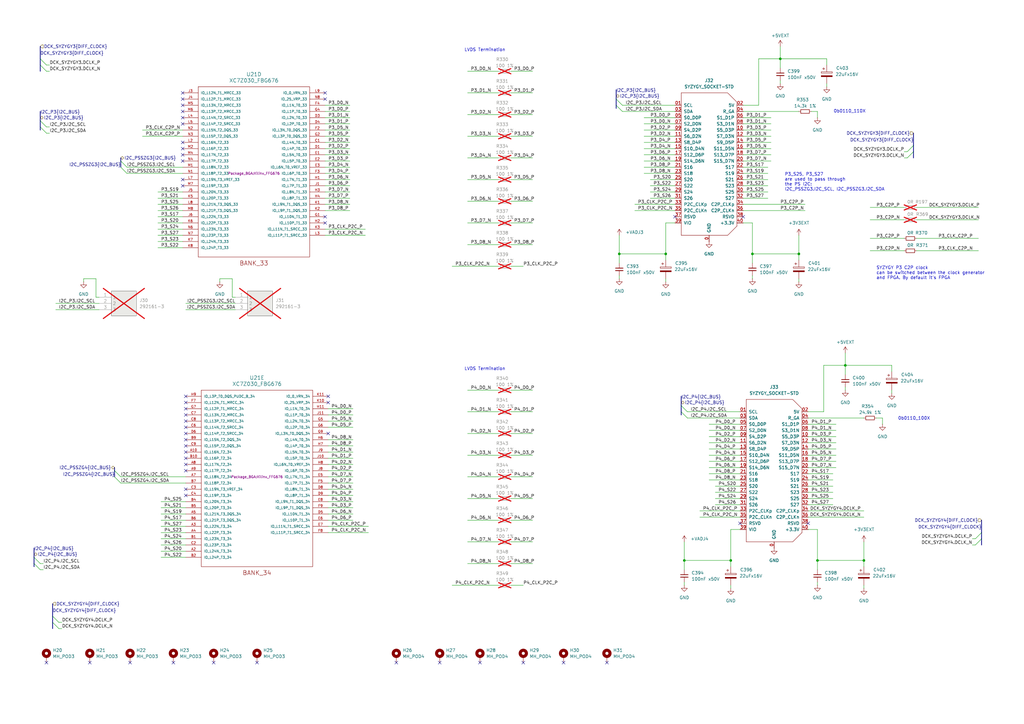
<source format=kicad_sch>
(kicad_sch (version 20250114) (generator "eeschema") (generator_version "9.0")
  (paper "A3")
  (title_block (title "NASR-M") (date "2025-09-26") (rev "D 0.9.4") (company "electrodyssey.net") (comment 2 "(c) Nazim 2025") (comment 3 "Author: Nazim Aghabayov") (comment 4 "SYZYGY Carrier Mainboard") (comment 5 "rel: Fletched Bustard"))
  (lib_symbols
    (symbol "292161-3:292161-3"
      (property "Reference" "J" (at 16.51 7.62 0))
      (property "Value" "292161-3" (at 16.51 5.08 0))
      (symbol "292161-3_1_1"
        (pin passive line (at 0 0 0) (length 5.08) (name "1") (number "1"))
        (pin passive line (at 0 -2.54 0) (length 5.08) (name "2") (number "2"))
        (pin passive line (at 0 -5.08 0) (length 5.08) (name "3") (number "3"))
      )
    )
    (symbol "Device:C_Polarized" (pin_numbers (hide yes)) (pin_names (offset 0.254))
      (property "Reference" "C" (at 0.635 2.54 0))
      (property "Value" "C_Polarized" (at 0.635 -2.54 0))
      (symbol "C_Polarized_1_1"
        (pin passive line (at 0 3.81 270) (length 2.794) (name "~") (number "1"))
        (pin passive line (at 0 -3.81 90) (length 2.794) (name "~") (number "2"))
      )
    )
    (symbol "Device:C_Small" (pin_numbers (hide yes)) (pin_names (offset 0.254) (hide yes))
      (property "Reference" "C" (at 0.254 1.778 0))
      (property "Value" "C_Small" (at 0.254 -2.032 0))
      (symbol "C_Small_1_1"
        (pin passive line (at 0 2.54 270) (length 2.032) (name "~") (number "1"))
        (pin passive line (at 0 -2.54 90) (length 2.032) (name "~") (number "2"))
      )
    )
    (symbol "Device:R_Small" (pin_numbers (hide yes)) (pin_names (offset 0.254) (hide yes))
      (property "Reference" "R" (at 0.762 0.508 0))
      (property "Value" "R_Small" (at 0.762 -1.016 0))
      (symbol "R_Small_1_1"
        (pin passive line (at 0 2.54 270) (length 0.762) (name "~") (number "1"))
        (pin passive line (at 0 -2.54 90) (length 0.762) (name "~") (number "2"))
      )
    )
    (symbol "GPWR3V3EXT:+3V3EXT" (power) (pin_names (offset 0))
      (property "Value" "+3V3EXT" (at 0 3.556 0))
      (symbol "+3V3EXT_1_1"
        (pin power_in line (at 0 0 90) (length 0) (hide yes) (name "+3V3EXT") (number "1"))
      )
    )
    (symbol "GPWR5VEXT:+5VEXT" (power) (pin_names (offset 0))
      (property "Value" "+5VEXT" (at 0 3.556 0))
      (symbol "+5VEXT_1_1"
        (pin power_in line (at 0 0 90) (length 0) (hide yes) (name "+5VEXT") (number "1"))
      )
    )
    (symbol "GPWRVADJ:+VADJ" (power) (pin_names (offset 0))
      (property "Value" "+VADJ" (at 0 5.334 0))
      (symbol "+VADJ_1_1"
        (pin power_in line (at 0 0 90) (length 0) (hide yes) (name "+VADJ") (number "1"))
      )
    )
    (symbol "Mechanical:MountingHole_Pad" (pin_numbers (hide yes)) (pin_names (offset 1.016) (hide yes)) (exclude_from_sim yes) (in_bom no)
      (property "Reference" "H" (at 0 6.35 0))
      (property "Value" "MountingHole_Pad" (at 0 4.445 0))
      (symbol "MountingHole_Pad_1_1"
        (pin input line (at 0 -2.54 90) (length 2.54) (name "1") (number "1"))
      )
    )
    (symbol "SYZYGY-SOCKET-STD:SYZYGY_SOCKET_STD" (pin_names (offset 1.016))
      (property "Reference" "J32" (at 0 31.75 0))
      (property "Value" "SYZYGY_SOCKET-STD" (at 0 29.21 0))
      (symbol "SYZYGY_SOCKET_STD_1_1"
        (pin passive line (at -13.97 21.59 0) (length 2.54) (name "SCL") (number "01"))
        (pin passive line (at -13.97 19.05 0) (length 2.54) (name "SDA") (number "03"))
        (pin passive line (at -13.97 16.51 0) (length 2.54) (name "S0_D0P") (number "05"))
        (pin passive line (at -13.97 13.97 0) (length 2.54) (name "S2_D0N") (number "07"))
        (pin passive line (at -13.97 11.43 0) (length 2.54) (name "S4_D2P") (number "09"))
        (pin passive line (at -13.97 8.89 0) (length 2.54) (name "S6_D2N") (number "11"))
        (pin passive line (at -13.97 6.35 0) (length 2.54) (name "S8_D4P") (number "13"))
        (pin passive line (at -13.97 3.81 0) (length 2.54) (name "S10_D4N") (number "15"))
        (pin passive line (at -13.97 1.27 0) (length 2.54) (name "S12_D6P") (number "17"))
        (pin passive line (at -13.97 -1.27 0) (length 2.54) (name "S14_D6N") (number "19"))
        (pin passive line (at -13.97 -3.81 0) (length 2.54) (name "S16") (number "21"))
        (pin passive line (at -13.97 -6.35 0) (length 2.54) (name "S18") (number "23"))
        (pin passive line (at -13.97 -8.89 0) (length 2.54) (name "S20") (number "25"))
        (pin passive line (at -13.97 -11.43 0) (length 2.54) (name "S22") (number "27"))
        (pin passive line (at -13.97 -13.97 0) (length 2.54) (name "S24") (number "29"))
        (pin passive line (at -13.97 -16.51 0) (length 2.54) (name "S26") (number "31"))
        (pin passive line (at -13.97 -19.05 0) (length 2.54) (name "P2C_CLKp") (number "33"))
        (pin passive line (at -13.97 -21.59 0) (length 2.54) (name "P2C_CLKn") (number "35"))
        (pin passive line (at -13.97 -24.13 0) (length 2.54) (name "RSVD") (number "37"))
        (pin power_out line (at -13.97 -26.67 0) (length 2.54) (name "VIO") (number "39"))
        (pin passive line (at 0 -34.29 90) (length 2.54) (name "GND") (number "0"))
        (pin power_out line (at 13.97 21.59 180) (length 2.54) (name "5V") (number "02"))
        (pin passive line (at 13.97 19.05 180) (length 2.54) (name "R_GA") (number "04"))
        (pin passive line (at 13.97 16.51 180) (length 2.54) (name "S1_D1P") (number "06"))
        (pin passive line (at 13.97 13.97 180) (length 2.54) (name "S3_D1N") (number "08"))
        (pin passive line (at 13.97 11.43 180) (length 2.54) (name "S5_D3P") (number "10"))
        (pin passive line (at 13.97 8.89 180) (length 2.54) (name "S7_D3N") (number "12"))
        (pin passive line (at 13.97 6.35 180) (length 2.54) (name "S9_D5P") (number "14"))
        (pin passive line (at 13.97 3.81 180) (length 2.54) (name "S11_D5N") (number "16"))
        (pin passive line (at 13.97 1.27 180) (length 2.54) (name "S13_D7P") (number "18"))
        (pin passive line (at 13.97 -1.27 180) (length 2.54) (name "S15_D7N") (number "20"))
        (pin passive line (at 13.97 -3.81 180) (length 2.54) (name "S17") (number "22"))
        (pin passive line (at 13.97 -6.35 180) (length 2.54) (name "S19") (number "24"))
        (pin passive line (at 13.97 -8.89 180) (length 2.54) (name "S21") (number "26"))
        (pin passive line (at 13.97 -11.43 180) (length 2.54) (name "S23") (number "28"))
        (pin passive line (at 13.97 -13.97 180) (length 2.54) (name "S25") (number "30"))
        (pin passive line (at 13.97 -16.51 180) (length 2.54) (name "S27") (number "32"))
        (pin passive line (at 13.97 -19.05 180) (length 2.54) (name "C2P_CLKp") (number "34"))
        (pin passive line (at 13.97 -21.59 180) (length 2.54) (name "C2P_CLKn") (number "36"))
        (pin passive line (at 13.97 -24.13 180) (length 2.54) (name "RSVD") (number "38"))
        (pin power_out line (at 13.97 -26.67 180) (length 2.54) (name "+3.3V") (number "40"))
      )
    )
    (symbol "SYZYGY_SOCKET_STD_1" (pin_names (offset 1.016))
      (property "Reference" "J32" (at 0 31.75 0))
      (property "Value" "SYZYGY_SOCKET-STD" (at 0 29.21 0))
      (symbol "SYZYGY_SOCKET_STD_1_1_1"
        (pin passive line (at -13.97 21.59 0) (length 2.54) (name "SCL") (number "01"))
        (pin passive line (at -13.97 19.05 0) (length 2.54) (name "SDA") (number "03"))
        (pin passive line (at -13.97 16.51 0) (length 2.54) (name "S0_D0P") (number "05"))
        (pin passive line (at -13.97 13.97 0) (length 2.54) (name "S2_D0N") (number "07"))
        (pin passive line (at -13.97 11.43 0) (length 2.54) (name "S4_D2P") (number "09"))
        (pin passive line (at -13.97 8.89 0) (length 2.54) (name "S6_D2N") (number "11"))
        (pin passive line (at -13.97 6.35 0) (length 2.54) (name "S8_D4P") (number "13"))
        (pin passive line (at -13.97 3.81 0) (length 2.54) (name "S10_D4N") (number "15"))
        (pin passive line (at -13.97 1.27 0) (length 2.54) (name "S12_D6P") (number "17"))
        (pin passive line (at -13.97 -1.27 0) (length 2.54) (name "S14_D6N") (number "19"))
        (pin passive line (at -13.97 -3.81 0) (length 2.54) (name "S16") (number "21"))
        (pin passive line (at -13.97 -6.35 0) (length 2.54) (name "S18") (number "23"))
        (pin passive line (at -13.97 -8.89 0) (length 2.54) (name "S20") (number "25"))
        (pin passive line (at -13.97 -11.43 0) (length 2.54) (name "S22") (number "27"))
        (pin passive line (at -13.97 -13.97 0) (length 2.54) (name "S24") (number "29"))
        (pin passive line (at -13.97 -16.51 0) (length 2.54) (name "S26") (number "31"))
        (pin passive line (at -13.97 -19.05 0) (length 2.54) (name "P2C_CLKp") (number "33"))
        (pin passive line (at -13.97 -21.59 0) (length 2.54) (name "P2C_CLKn") (number "35"))
        (pin passive line (at -13.97 -24.13 0) (length 2.54) (name "RSVD") (number "37"))
        (pin power_out line (at -13.97 -26.67 0) (length 2.54) (name "VIO") (number "39"))
        (pin passive line (at 0 -34.29 90) (length 2.54) (name "GND") (number "0"))
        (pin power_out line (at 13.97 21.59 180) (length 2.54) (name "5V") (number "02"))
        (pin passive line (at 13.97 19.05 180) (length 2.54) (name "R_GA") (number "04"))
        (pin passive line (at 13.97 16.51 180) (length 2.54) (name "S1_D1P") (number "06"))
        (pin passive line (at 13.97 13.97 180) (length 2.54) (name "S3_D1N") (number "08"))
        (pin passive line (at 13.97 11.43 180) (length 2.54) (name "S5_D3P") (number "10"))
        (pin passive line (at 13.97 8.89 180) (length 2.54) (name "S7_D3N") (number "12"))
        (pin passive line (at 13.97 6.35 180) (length 2.54) (name "S9_D5P") (number "14"))
        (pin passive line (at 13.97 3.81 180) (length 2.54) (name "S11_D5N") (number "16"))
        (pin passive line (at 13.97 1.27 180) (length 2.54) (name "S13_D7P") (number "18"))
        (pin passive line (at 13.97 -1.27 180) (length 2.54) (name "S15_D7N") (number "20"))
        (pin passive line (at 13.97 -3.81 180) (length 2.54) (name "S17") (number "22"))
        (pin passive line (at 13.97 -6.35 180) (length 2.54) (name "S19") (number "24"))
        (pin passive line (at 13.97 -8.89 180) (length 2.54) (name "S21") (number "26"))
        (pin passive line (at 13.97 -11.43 180) (length 2.54) (name "S23") (number "28"))
        (pin passive line (at 13.97 -13.97 180) (length 2.54) (name "S25") (number "30"))
        (pin passive line (at 13.97 -16.51 180) (length 2.54) (name "S27") (number "32"))
        (pin passive line (at 13.97 -19.05 180) (length 2.54) (name "C2P_CLKp") (number "34"))
        (pin passive line (at 13.97 -21.59 180) (length 2.54) (name "C2P_CLKn") (number "36"))
        (pin passive line (at 13.97 -24.13 180) (length 2.54) (name "RSVD") (number "38"))
        (pin power_out line (at 13.97 -26.67 180) (length 2.54) (name "+3.3V") (number "40"))
      )
    )
    (symbol "XC7Z030_FBG676:XC7Z030_FBG676" (pin_names (offset 1.016))
      (property "Reference" "U" (at 0 2.54 0))
      (property "Value" "XC7Z030_FBG676" (at 0 0 0))
      (symbol "XC7Z030_FBG676_1_0"
        (text "BANK_0" (at 0 -38.1 0) (effects (font (size 1.778 1.778))))
      )
      (symbol "XC7Z030_FBG676_1_1"
        (pin bidirectional line (at -29.21 13.97 0) (length 6.35) (name "INIT_B_0") (number "R8"))
        (pin input line (at -29.21 11.43 0) (length 6.35) (name "PROGRAM_B_0") (number "V9"))
        (pin input line (at 29.21 13.97 180) (length 6.35) (name "CFGBVS_0") (number "T7"))
        (pin bidirectional line (at 29.21 11.43 180) (length 6.35) (name "DONE_0") (number "W9"))
        (pin input line (at 29.21 8.89 180) (length 6.35) (name "DXN_0") (number "R13"))
        (pin input line (at 29.21 6.35 180) (length 6.35) (name "DXP_0") (number "R14"))
        (pin power_in line (at 29.21 3.81 180) (length 6.35) (name "GNDADC_0") (number "M13"))
        (pin power_in line (at 29.21 1.27 180) (length 6.35) (name "RSVDGND") (number "V13"))
        (pin power_in line (at 29.21 -1.27 180) (length 6.35) (name "RSVDVCC1") (number "W8"))
        (pin power_in line (at 29.21 -3.81 180) (length 6.35) (name "RSVDVCC2") (number "V8"))
        (pin power_in line (at 29.21 -6.35 180) (length 6.35) (name "RSVDVCC3") (number "U8"))
        (pin input line (at 29.21 -8.89 180) (length 6.35) (name "TCK_0") (number "W12"))
        (pin input line (at 29.21 -11.43 180) (length 6.35) (name "TDI_0") (number "V11"))
        (pin output line (at 29.21 -13.97 180) (length 6.35) (name "TDO_0") (number "W10"))
        (pin input line (at 29.21 -16.51 180) (length 6.35) (name "TMS_0") (number "W11"))
        (pin power_in line (at 29.21 -19.05 180) (length 6.35) (name "VCCADC_0") (number "M14"))
        (pin power_in line (at 29.21 -21.59 180) (length 6.35) (name "VCCBATT_0") (number "V15"))
        (pin input line (at 29.21 -24.13 180) (length 6.35) (name "VN_0") (number "P13"))
        (pin input line (at 29.21 -26.67 180) (length 6.35) (name "VP_0") (number "N14"))
        (pin input line (at 29.21 -29.21 180) (length 6.35) (name "VREFN_0") (number "N13"))
        (pin input line (at 29.21 -31.75 180) (length 6.35) (name "VREFP_0") (number "P14"))
      )
      (symbol "XC7Z030_FBG676_2_0"
        (text "BANK_12" (at 0 -36.83 0) (effects (font (size 1.778 1.778))))
      )
      (symbol "XC7Z030_FBG676_2_1"
        (pin bidirectional line (at -29.21 33.02 0) (length 6.35) (name "IO_L12N_T1_MRCC_12") (number "AD13"))
        (pin bidirectional line (at -29.21 30.48 0) (length 6.35) (name "IO_L12P_T1_MRCC_12") (number "AC13"))
        (pin bidirectional line (at -29.21 27.94 0) (length 6.35) (name "IO_L13N_T2_MRCC_12") (number "AD14"))
        (pin bidirectional line (at -29.21 25.4 0) (length 6.35) (name "IO_L13P_T2_MRCC_12") (number "AC14"))
        (pin bidirectional line (at -29.21 22.86 0) (length 6.35) (name "IO_L14N_T2_SRCC_12") (number "AB14"))
        (pin bidirectional line (at -29.21 20.32 0) (length 6.35) (name "IO_L14P_T2_SRCC_12") (number "AB15"))
        (pin bidirectional line (at -29.21 17.78 0) (length 6.35) (name "IO_L15N_T2_DQS_12") (number "AD15"))
        (pin bidirectional line (at -29.21 15.24 0) (length 6.35) (name "IO_L15P_T2_DQS_12") (number "AD16"))
        (pin bidirectional line (at -29.21 12.7 0) (length 6.35) (name "IO_L16N_T2_12") (number "AF14"))
        (pin bidirectional line (at -29.21 10.16 0) (length 6.35) (name "IO_L16P_T2_12") (number "AF15"))
        (pin bidirectional line (at -29.21 7.62 0) (length 6.35) (name "IO_L17N_T2_12") (number "AE15"))
        (pin bidirectional line (at -29.21 5.08 0) (length 6.35) (name "IO_L17P_T2_12") (number "AE16"))
        (pin bidirectional line (at -29.21 2.54 0) (length 6.35) (name "IO_L18N_T2_12") (number "AF17"))
        (pin bidirectional line (at -29.21 0 0) (length 6.35) (name "IO_L18P_T2_12") (number "AE17"))
        (pin bidirectional line (at -29.21 -2.54 0) (length 6.35) (name "IO_L19N_T3_VREF_12") (number "AA17"))
        (pin bidirectional line (at -29.21 -5.08 0) (length 6.35) (name "IO_L19P_T3_12") (number "Y17"))
        (pin bidirectional line (at -29.21 -7.62 0) (length 6.35) (name "IO_L20N_T3_12") (number "AB16"))
        (pin bidirectional line (at -29.21 -10.16 0) (length 6.35) (name "IO_L20P_T3_12") (number "AB17"))
        (pin bidirectional line (at -29.21 -12.7 0) (length 6.35) (name "IO_L21N_T3_DQS_12") (number "AC16"))
        (pin bidirectional line (at -29.21 -15.24 0) (length 6.35) (name "IO_L21P_T3_DQS_12") (number "AC17"))
        (pin bidirectional line (at -29.21 -17.78 0) (length 6.35) (name "IO_L22N_T3_12") (number "AA14"))
        (pin bidirectional line (at -29.21 -20.32 0) (length 6.35) (name "IO_L22P_T3_12") (number "AA15"))
        (pin bidirectional line (at -29.21 -22.86 0) (length 6.35) (name "IO_L23N_T3_12") (number "Y15"))
        (pin bidirectional line (at -29.21 -25.4 0) (length 6.35) (name "IO_L23P_T3_12") (number "Y16"))
        (pin bidirectional line (at -29.21 -27.94 0) (length 6.35) (name "IO_L24N_T3_12") (number "W15"))
        (pin bidirectional line (at -29.21 -30.48 0) (length 6.35) (name "IO_L24P_T3_12") (number "W16"))
        (pin bidirectional line (at 29.21 33.02 180) (length 6.35) (name "IO_0_12") (number "W14"))
        (pin bidirectional line (at 29.21 30.48 180) (length 6.35) (name "IO_25_12") (number "W17"))
        (pin bidirectional line (at 29.21 27.94 180) (length 6.35) (name "IO_L1N_T0_12") (number "Y11"))
        (pin bidirectional line (at 29.21 25.4 180) (length 6.35) (name "IO_L1P_T0_12") (number "Y12"))
        (pin bidirectional line (at 29.21 22.86 180) (length 6.35) (name "IO_L2N_T0_12") (number "AC11"))
        (pin bidirectional line (at 29.21 20.32 180) (length 6.35) (name "IO_L2P_T0_12") (number "AB12"))
        (pin bidirectional line (at 29.21 17.78 180) (length 6.35) (name "IO_L3N_T0_DQS_12") (number "AA10"))
        (pin bidirectional line (at 29.21 15.24 180) (length 6.35) (name "IO_L3P_T0_DQS_12") (number "Y10"))
        (pin bidirectional line (at 29.21 12.7 180) (length 6.35) (name "IO_L4N_T0_12") (number "AB10"))
        (pin bidirectional line (at 29.21 10.16 180) (length 6.35) (name "IO_L4P_T0_12") (number "AB11"))
        (pin bidirectional line (at 29.21 7.62 180) (length 6.35) (name "IO_L5N_T0_12") (number "Y13"))
        (pin bidirectional line (at 29.21 5.08 180) (length 6.35) (name "IO_L5P_T0_12") (number "W13"))
        (pin bidirectional line (at 29.21 2.54 180) (length 6.35) (name "IO_L6N_T0_VREF_12") (number "AA12"))
        (pin bidirectional line (at 29.21 0 180) (length 6.35) (name "IO_L6P_T0_12") (number "AA13"))
        (pin bidirectional line (at 29.21 -2.54 180) (length 6.35) (name "IO_L7N_T1_12") (number "AD10"))
        (pin bidirectional line (at 29.21 -5.08 180) (length 6.35) (name "IO_L7P_T1_12") (number "AE10"))
        (pin bidirectional line (at 29.21 -7.62 180) (length 6.35) (name "IO_L8N_T1_12") (number "AF12"))
        (pin bidirectional line (at 29.21 -10.16 180) (length 6.35) (name "IO_L8P_T1_12") (number "AE12"))
        (pin bidirectional line (at 29.21 -12.7 180) (length 6.35) (name "IO_L9N_T1_DQS_12") (number "AF10"))
        (pin bidirectional line (at 29.21 -15.24 180) (length 6.35) (name "IO_L9P_T1_DQS_12") (number "AE11"))
        (pin bidirectional line (at 29.21 -17.78 180) (length 6.35) (name "IO_L10N_T1_12") (number "AF13"))
        (pin bidirectional line (at 29.21 -20.32 180) (length 6.35) (name "IO_L10P_T1_12") (number "AE13"))
        (pin bidirectional line (at 29.21 -22.86 180) (length 6.35) (name "IO_L11N_T1_SRCC_12") (number "AD11"))
        (pin bidirectional line (at 29.21 -25.4 180) (length 6.35) (name "IO_L11P_T1_SRCC_12") (number "AC12"))
      )
      (symbol "XC7Z030_FBG676_3_0"
        (text "BANK_13" (at 0 -36.83 0) (effects (font (size 1.778 1.778))))
      )
      (symbol "XC7Z030_FBG676_3_1"
        (pin bidirectional line (at -29.21 33.02 0) (length 6.35) (name "IO_L12N_T1_MRCC_13") (number "AC24"))
        (pin bidirectional line (at -29.21 30.48 0) (length 6.35) (name "IO_L12P_T1_MRCC_13") (number "AC23"))
        (pin bidirectional line (at -29.21 27.94 0) (length 6.35) (name "IO_L13N_T2_MRCC_13") (number "AD21"))
        (pin bidirectional line (at -29.21 25.4 0) (length 6.35) (name "IO_L13P_T2_MRCC_13") (number "AD20"))
        (pin bidirectional line (at -29.21 22.86 0) (length 6.35) (name "IO_L14N_T2_SRCC_13") (number "AC22"))
        (pin bidirectional line (at -29.21 20.32 0) (length 6.35) (name "IO_L14P_T2_SRCC_13") (number "AC21"))
        (pin bidirectional line (at -29.21 17.78 0) (length 6.35) (name "IO_L15N_T2_DQS_13") (number "AF20"))
        (pin bidirectional line (at -29.21 15.24 0) (length 6.35) (name "IO_L15P_T2_DQS_13") (number "AF19"))
        (pin bidirectional line (at -29.21 12.7 0) (length 6.35) (name "IO_L16N_T2_13") (number "AE21"))
        (pin bidirectional line (at -29.21 10.16 0) (length 6.35) (name "IO_L16P_T2_13") (number "AE20"))
        (pin bidirectional line (at -29.21 7.62 0) (length 6.35) (name "IO_L17N_T2_13") (number "AD19"))
        (pin bidirectional line (at -29.21 5.08 0) (length 6.35) (name "IO_L17P_T2_13") (number "AD18"))
        (pin bidirectional line (at -29.21 2.54 0) (length 6.35) (name "IO_L18N_T2_13") (number "AF18"))
        (pin bidirectional line (at -29.21 0 0) (length 6.35) (name "IO_L18P_T2_13") (number "AE18"))
        (pin bidirectional line (at -29.21 -2.54 0) (length 6.35) (name "IO_L19N_T3_VREF_13") (number "Y20"))
        (pin bidirectional line (at -29.21 -5.08 0) (length 6.35) (name "IO_L19P_T3_13") (number "W20"))
        (pin bidirectional line (at -29.21 -7.62 0) (length 6.35) (name "IO_L20N_T3_13") (number "AB20"))
        (pin bidirectional line (at -29.21 -10.16 0) (length 6.35) (name "IO_L20P_T3_13") (number "AA20"))
        (pin bidirectional line (at -29.21 -12.7 0) (length 6.35) (name "IO_L21N_T3_DQS_13") (number "AC19"))
        (pin bidirectional line (at -29.21 -15.24 0) (length 6.35) (name "IO_L21P_T3_DQS_13") (number "AC18"))
        (pin bidirectional line (at -29.21 -17.78 0) (length 6.35) (name "IO_L22N_T3_13") (number "AB19"))
        (pin bidirectional line (at -29.21 -20.32 0) (length 6.35) (name "IO_L22P_T3_13") (number "AA19"))
        (pin bidirectional line (at -29.21 -22.86 0) (length 6.35) (name "IO_L23N_T3_13") (number "W19"))
        (pin bidirectional line (at -29.21 -25.4 0) (length 6.35) (name "IO_L23P_T3_13") (number "W18"))
        (pin bidirectional line (at -29.21 -27.94 0) (length 6.35) (name "IO_L24N_T3_13") (number "AA18"))
        (pin bidirectional line (at -29.21 -30.48 0) (length 6.35) (name "IO_L24P_T3_13") (number "Y18"))
        (pin bidirectional line (at 29.21 33.02 180) (length 6.35) (name "IO_0_13") (number "V19"))
        (pin bidirectional line (at 29.21 30.48 180) (length 6.35) (name "IO_25_13") (number "V18"))
        (pin bidirectional line (at 29.21 27.94 180) (length 6.35) (name "IO_L1N_T0_13") (number "AB25"))
        (pin bidirectional line (at 29.21 25.4 180) (length 6.35) (name "IO_L1P_T0_13") (number "AA25"))
        (pin bidirectional line (at 29.21 22.86 180) (length 6.35) (name "IO_L2N_T0_13") (number "AC26"))
        (pin bidirectional line (at 29.21 20.32 180) (length 6.35) (name "IO_L2P_T0_13") (number "AB26"))
        (pin bidirectional line (at 29.21 17.78 180) (length 6.35) (name "IO_L3N_T0_DQS_13") (number "AE26"))
        (pin bidirectional line (at 29.21 15.24 180) (length 6.35) (name "IO_L3P_T0_DQS_13") (number "AE25"))
        (pin bidirectional line (at 29.21 12.7 180) (length 6.35) (name "IO_L4N_T0_13") (number "AD26"))
        (pin bidirectional line (at 29.21 10.16 180) (length 6.35) (name "IO_L4P_T0_13") (number "AD25"))
        (pin bidirectional line (at 29.21 7.62 180) (length 6.35) (name "IO_L5N_T0_13") (number "AF25"))
        (pin bidirectional line (at 29.21 5.08 180) (length 6.35) (name "IO_L5P_T0_13") (number "AF24"))
        (pin bidirectional line (at 29.21 2.54 180) (length 6.35) (name "IO_L6N_T0_VREF_13") (number "AB24"))
        (pin bidirectional line (at 29.21 0 180) (length 6.35) (name "IO_L6P_T0_13") (number "AA24"))
        (pin bidirectional line (at 29.21 -2.54 180) (length 6.35) (name "IO_L7N_T1_13") (number "AF22"))
        (pin bidirectional line (at 29.21 -5.08 180) (length 6.35) (name "IO_L7P_T1_13") (number "AE22"))
        (pin bidirectional line (at 29.21 -7.62 180) (length 6.35) (name "IO_L8N_T1_13") (number "AF23"))
        (pin bidirectional line (at 29.21 -10.16 180) (length 6.35) (name "IO_L8P_T1_13") (number "AE23"))
        (pin bidirectional line (at 29.21 -12.7 180) (length 6.35) (name "IO_L9N_T1_DQS_13") (number "AB22"))
        (pin bidirectional line (at 29.21 -15.24 180) (length 6.35) (name "IO_L9P_T1_DQS_13") (number "AB21"))
        (pin bidirectional line (at 29.21 -17.78 180) (length 6.35) (name "IO_L10N_T1_13") (number "AA23"))
        (pin bidirectional line (at 29.21 -20.32 180) (length 6.35) (name "IO_L10P_T1_13") (number "AA22"))
        (pin bidirectional line (at 29.21 -22.86 180) (length 6.35) (name "IO_L11N_T1_SRCC_13") (number "AD24"))
        (pin bidirectional line (at 29.21 -25.4 180) (length 6.35) (name "IO_L11P_T1_SRCC_13") (number "AD23"))
      )
      (symbol "XC7Z030_FBG676_4_0"
        (text "BANK_33" (at 0 -36.83 0) (effects (font (size 1.778 1.778))))
      )
      (symbol "XC7Z030_FBG676_4_1"
        (pin bidirectional line (at -29.21 33.02 0) (length 6.35) (name "IO_L12N_T1_MRCC_33") (number "J3"))
        (pin bidirectional line (at -29.21 30.48 0) (length 6.35) (name "IO_L12P_T1_MRCC_33") (number "J4"))
        (pin bidirectional line (at -29.21 27.94 0) (length 6.35) (name "IO_L13N_T2_MRCC_33") (number "M5"))
        (pin bidirectional line (at -29.21 25.4 0) (length 6.35) (name "IO_L13P_T2_MRCC_33") (number "M6"))
        (pin bidirectional line (at -29.21 22.86 0) (length 6.35) (name "IO_L14N_T2_SRCC_33") (number "L4"))
        (pin bidirectional line (at -29.21 20.32 0) (length 6.35) (name "IO_L14P_T2_SRCC_33") (number "L5"))
        (pin bidirectional line (at -29.21 17.78 0) (length 6.35) (name "IO_L15N_T2_DQS_33") (number "N2"))
        (pin bidirectional line (at -29.21 15.24 0) (length 6.35) (name "IO_L15P_T2_DQS_33") (number "N3"))
        (pin bidirectional line (at -29.21 12.7 0) (length 6.35) (name "IO_L16N_T2_33") (number "L2"))
        (pin bidirectional line (at -29.21 10.16 0) (length 6.35) (name "IO_L16P_T2_33") (number "M2"))
        (pin bidirectional line (at -29.21 7.62 0) (length 6.35) (name "IO_L17N_T2_33") (number "M4"))
        (pin bidirectional line (at -29.21 5.08 0) (length 6.35) (name "IO_L17P_T2_33") (number "N4"))
        (pin bidirectional line (at -29.21 2.54 0) (length 6.35) (name "IO_L18N_T2_33") (number "M1"))
        (pin bidirectional line (at -29.21 0 0) (length 6.35) (name "IO_L18P_T2_33") (number "N1"))
        (pin bidirectional line (at -29.21 -2.54 0) (length 6.35) (name "IO_L19N_T3_VREF_33") (number "L7"))
        (pin bidirectional line (at -29.21 -5.08 0) (length 6.35) (name "IO_L19P_T3_33") (number "M7"))
        (pin bidirectional line (at -29.21 -7.62 0) (length 6.35) (name "IO_L20N_T3_33") (number "J5"))
        (pin bidirectional line (at -29.21 -10.16 0) (length 6.35) (name "IO_L20P_T3_33") (number "K5"))
        (pin bidirectional line (at -29.21 -12.7 0) (length 6.35) (name "IO_L21N_T3_DQS_33") (number "L8"))
        (pin bidirectional line (at -29.21 -15.24 0) (length 6.35) (name "IO_L21P_T3_DQS_33") (number "M8"))
        (pin bidirectional line (at -29.21 -17.78 0) (length 6.35) (name "IO_L22N_T3_33") (number "J6"))
        (pin bidirectional line (at -29.21 -20.32 0) (length 6.35) (name "IO_L22P_T3_33") (number "K6"))
        (pin bidirectional line (at -29.21 -22.86 0) (length 6.35) (name "IO_L23N_T3_33") (number "N6"))
        (pin bidirectional line (at -29.21 -25.4 0) (length 6.35) (name "IO_L23P_T3_33") (number "N7"))
        (pin bidirectional line (at -29.21 -27.94 0) (length 6.35) (name "IO_L24N_T3_33") (number "K7"))
        (pin bidirectional line (at -29.21 -30.48 0) (length 6.35) (name "IO_L24P_T3_33") (number "K8"))
        (pin bidirectional line (at 29.21 33.02 180) (length 6.35) (name "IO_0_VRN_33") (number "L9"))
        (pin bidirectional line (at 29.21 30.48 180) (length 6.35) (name "IO_25_VRP_33") (number "N8"))
        (pin bidirectional line (at 29.21 27.94 180) (length 6.35) (name "IO_L1N_T0_33") (number "F4"))
        (pin bidirectional line (at 29.21 25.4 180) (length 6.35) (name "IO_L1P_T0_33") (number "G4"))
        (pin bidirectional line (at 29.21 22.86 180) (length 6.35) (name "IO_L2N_T0_33") (number "D3"))
        (pin bidirectional line (at 29.21 20.32 180) (length 6.35) (name "IO_L2P_T0_33") (number "D4"))
        (pin bidirectional line (at 29.21 17.78 180) (length 6.35) (name "IO_L3N_T0_DQS_33") (number "F2"))
        (pin bidirectional line (at 29.21 15.24 180) (length 6.35) (name "IO_L3P_T0_DQS_33") (number "G2"))
        (pin bidirectional line (at 29.21 12.7 180) (length 6.35) (name "IO_L4N_T0_33") (number "C1"))
        (pin bidirectional line (at 29.21 10.16 180) (length 6.35) (name "IO_L4P_T0_33") (number "D1"))
        (pin bidirectional line (at 29.21 7.62 180) (length 6.35) (name "IO_L5N_T0_33") (number "E1"))
        (pin bidirectional line (at 29.21 5.08 180) (length 6.35) (name "IO_L5P_T0_33") (number "E2"))
        (pin bidirectional line (at 29.21 2.54 180) (length 6.35) (name "IO_L6N_T0_VREF_33") (number "E3"))
        (pin bidirectional line (at 29.21 0 180) (length 6.35) (name "IO_L6P_T0_33") (number "F3"))
        (pin bidirectional line (at 29.21 -2.54 180) (length 6.35) (name "IO_L7N_T1_33") (number "H1"))
        (pin bidirectional line (at 29.21 -5.08 180) (length 6.35) (name "IO_L7P_T1_33") (number "J1"))
        (pin bidirectional line (at 29.21 -7.62 180) (length 6.35) (name "IO_L8N_T1_33") (number "H3"))
        (pin bidirectional line (at 29.21 -10.16 180) (length 6.35) (name "IO_L8P_T1_33") (number "H4"))
        (pin bidirectional line (at 29.21 -12.7 180) (length 6.35) (name "IO_L9N_T1_DQS_33") (number "K1"))
        (pin bidirectional line (at 29.21 -15.24 180) (length 6.35) (name "IO_L9P_T1_DQS_33") (number "K2"))
        (pin bidirectional line (at 29.21 -17.78 180) (length 6.35) (name "IO_L10N_T1_33") (number "G1"))
        (pin bidirectional line (at 29.21 -20.32 180) (length 6.35) (name "IO_L10P_T1_33") (number "H2"))
        (pin bidirectional line (at 29.21 -22.86 180) (length 6.35) (name "IO_L11N_T1_SRCC_33") (number "K3"))
        (pin bidirectional line (at 29.21 -25.4 180) (length 6.35) (name "IO_L11P_T1_SRCC_33") (number "L3"))
      )
      (symbol "XC7Z030_FBG676_5_0"
        (text "BANK_34" (at 0 -39.37 0) (effects (font (size 1.778 1.778))))
      )
      (symbol "XC7Z030_FBG676_5_1"
        (pin bidirectional line (at -29.21 33.02 0) (length 6.35) (name "IO_L3P_T0_DQS_PUDC_B_34") (number "H9"))
        (pin bidirectional line (at -29.21 30.48 0) (length 6.35) (name "IO_L12N_T1_MRCC_34") (number "F7"))
        (pin bidirectional line (at -29.21 27.94 0) (length 6.35) (name "IO_L12P_T1_MRCC_34") (number "G7"))
        (pin bidirectional line (at -29.21 25.4 0) (length 6.35) (name "IO_L13N_T2_MRCC_34") (number "C7"))
        (pin bidirectional line (at -29.21 22.86 0) (length 6.35) (name "IO_L13P_T2_MRCC_34") (number "C8"))
        (pin bidirectional line (at -29.21 20.32 0) (length 6.35) (name "IO_L14N_T2_SRCC_34") (number "C6"))
        (pin bidirectional line (at -29.21 17.78 0) (length 6.35) (name "IO_L14P_T2_SRCC_34") (number "D6"))
        (pin bidirectional line (at -29.21 15.24 0) (length 6.35) (name "IO_L15N_T2_DQS_34") (number "B9"))
        (pin bidirectional line (at -29.21 12.7 0) (length 6.35) (name "IO_L15P_T2_DQS_34") (number "C9"))
        (pin bidirectional line (at -29.21 10.16 0) (length 6.35) (name "IO_L16N_T2_34") (number "A10"))
        (pin bidirectional line (at -29.21 7.62 0) (length 6.35) (name "IO_L16P_T2_34") (number "B10"))
        (pin bidirectional line (at -29.21 5.08 0) (length 6.35) (name "IO_L17N_T2_34") (number "A8"))
        (pin bidirectional line (at -29.21 2.54 0) (length 6.35) (name "IO_L17P_T2_34") (number "A9"))
        (pin bidirectional line (at -29.21 0 0) (length 6.35) (name "IO_L18N_T2_34") (number "A7"))
        (pin bidirectional line (at -29.21 -2.54 0) (length 6.35) (name "IO_L18P_T2_34") (number "B7"))
        (pin bidirectional line (at -29.21 -5.08 0) (length 6.35) (name "IO_L19N_T3_VREF_34") (number "C3"))
        (pin bidirectional line (at -29.21 -7.62 0) (length 6.35) (name "IO_L19P_T3_34") (number "C4"))
        (pin bidirectional line (at -29.21 -10.16 0) (length 6.35) (name "IO_L20N_T3_34") (number "B4"))
        (pin bidirectional line (at -29.21 -12.7 0) (length 6.35) (name "IO_L20P_T3_34") (number "B5"))
        (pin bidirectional line (at -29.21 -15.24 0) (length 6.35) (name "IO_L21N_T3_DQS_34") (number "A5"))
        (pin bidirectional line (at -29.21 -17.78 0) (length 6.35) (name "IO_L21P_T3_DQS_34") (number "B6"))
        (pin bidirectional line (at -29.21 -20.32 0) (length 6.35) (name "IO_L22N_T3_34") (number "A3"))
        (pin bidirectional line (at -29.21 -22.86 0) (length 6.35) (name "IO_L22P_T3_34") (number "A4"))
        (pin bidirectional line (at -29.21 -25.4 0) (length 6.35) (name "IO_L23N_T3_34") (number "B1"))
        (pin bidirectional line (at -29.21 -27.94 0) (length 6.35) (name "IO_L23P_T3_34") (number "C2"))
        (pin bidirectional line (at -29.21 -30.48 0) (length 6.35) (name "IO_L24N_T3_34") (number "A2"))
        (pin bidirectional line (at -29.21 -33.02 0) (length 6.35) (name "IO_L24P_T3_34") (number "B2"))
        (pin bidirectional line (at 29.21 33.02 180) (length 6.35) (name "IO_0_VRN_34") (number "K11"))
        (pin bidirectional line (at 29.21 30.48 180) (length 6.35) (name "IO_25_VRP_34") (number "K10"))
        (pin bidirectional line (at 29.21 27.94 180) (length 6.35) (name "IO_L1N_T0_34") (number "H11"))
        (pin bidirectional line (at 29.21 25.4 180) (length 6.35) (name "IO_L1P_T0_34") (number "J11"))
        (pin bidirectional line (at 29.21 22.86 180) (length 6.35) (name "IO_L2N_T0_34") (number "G5"))
        (pin bidirectional line (at 29.21 20.32 180) (length 6.35) (name "IO_L2P_T0_34") (number "G6"))
        (pin bidirectional line (at 29.21 17.78 180) (length 6.35) (name "IO_L3N_T0_DQS_34") (number "G9"))
        (pin bidirectional line (at 29.21 15.24 180) (length 6.35) (name "IO_L4N_T0_34") (number "H6"))
        (pin bidirectional line (at 29.21 12.7 180) (length 6.35) (name "IO_L4P_T0_34") (number "H7"))
        (pin bidirectional line (at 29.21 10.16 180) (length 6.35) (name "IO_L5N_T0_34") (number "J9"))
        (pin bidirectional line (at 29.21 7.62 180) (length 6.35) (name "IO_L5P_T0_34") (number "J10"))
        (pin bidirectional line (at 29.21 5.08 180) (length 6.35) (name "IO_L6N_T0_VREF_34") (number "H8"))
        (pin bidirectional line (at 29.21 2.54 180) (length 6.35) (name "IO_L6P_T0_34") (number "J8"))
        (pin bidirectional line (at 29.21 0 180) (length 6.35) (name "IO_L7N_T1_34") (number "E5"))
        (pin bidirectional line (at 29.21 -2.54 180) (length 6.35) (name "IO_L7P_T1_34") (number "F5"))
        (pin bidirectional line (at 29.21 -5.08 180) (length 6.35) (name "IO_L8N_T1_34") (number "D8"))
        (pin bidirectional line (at 29.21 -7.62 180) (length 6.35) (name "IO_L8P_T1_34") (number "D9"))
        (pin bidirectional line (at 29.21 -10.16 180) (length 6.35) (name "IO_L9N_T1_DQS_34") (number "E8"))
        (pin bidirectional line (at 29.21 -12.7 180) (length 6.35) (name "IO_L9P_T1_DQS_34") (number "F9"))
        (pin bidirectional line (at 29.21 -15.24 180) (length 6.35) (name "IO_L10N_T1_34") (number "D5"))
        (pin bidirectional line (at 29.21 -17.78 180) (length 6.35) (name "IO_L10P_T1_34") (number "E6"))
        (pin bidirectional line (at 29.21 -20.32 180) (length 6.35) (name "IO_L11N_T1_SRCC_34") (number "E7"))
        (pin bidirectional line (at 29.21 -22.86 180) (length 6.35) (name "IO_L11P_T1_SRCC_34") (number "F8"))
      )
      (symbol "XC7Z030_FBG676_6_0"
        (text "BANK_35" (at 0 -36.83 0) (effects (font (size 1.778 1.778))))
      )
      (symbol "XC7Z030_FBG676_6_1"
        (pin bidirectional line (at -29.21 33.02 0) (length 6.35) (name "IO_L12N_T1_MRCC_35") (number "H14"))
        (pin bidirectional line (at -29.21 30.48 0) (length 6.35) (name "IO_L12P_T1_MRCC_35") (number "J14"))
        (pin bidirectional line (at -29.21 27.94 0) (length 6.35) (name "IO_L13N_T2_MRCC_35") (number "D14"))
        (pin bidirectional line (at -29.21 25.4 0) (length 6.35) (name "IO_L13P_T2_MRCC_35") (number "D15"))
        (pin bidirectional line (at -29.21 22.86 0) (length 6.35) (name "IO_L14N_T2_AD4N_SRCC_35") (number "E15"))
        (pin bidirectional line (at -29.21 20.32 0) (length 6.35) (name "IO_L14P_T2_AD4P_SRCC_35") (number "F15"))
        (pin bidirectional line (at -29.21 17.78 0) (length 6.35) (name "IO_L15N_T2_DQS_AD12N_35") (number "C16"))
        (pin bidirectional line (at -29.21 15.24 0) (length 6.35) (name "IO_L15P_T2_DQS_AD12P_35") (number "C17"))
        (pin bidirectional line (at -29.21 12.7 0) (length 6.35) (name "IO_L16N_T2_35") (number "D16"))
        (pin bidirectional line (at -29.21 10.16 0) (length 6.35) (name "IO_L16P_T2_35") (number "E16"))
        (pin bidirectional line (at -29.21 7.62 0) (length 6.35) (name "IO_L17N_T2_AD5N_35") (number "B15"))
        (pin bidirectional line (at -29.21 5.08 0) (length 6.35) (name "IO_L17P_T2_AD5P_35") (number "B16"))
        (pin bidirectional line (at -29.21 2.54 0) (length 6.35) (name "IO_L18N_T2_AD13N_35") (number "A17"))
        (pin bidirectional line (at -29.21 0 0) (length 6.35) (name "IO_L18P_T2_AD13P_35") (number "B17"))
        (pin bidirectional line (at -29.21 -2.54 0) (length 6.35) (name "IO_L19N_T3_VREF_35") (number "C13"))
        (pin bidirectional line (at -29.21 -5.08 0) (length 6.35) (name "IO_L19P_T3_35") (number "D13"))
        (pin bidirectional line (at -29.21 -7.62 0) (length 6.35) (name "IO_L20N_T3_AD6N_35") (number "B14"))
        (pin bidirectional line (at -29.21 -10.16 0) (length 6.35) (name "IO_L20P_T3_AD6P_35") (number "C14"))
        (pin bidirectional line (at -29.21 -12.7 0) (length 6.35) (name "IO_L21N_T3_DQS_AD14N_35") (number "A14"))
        (pin bidirectional line (at -29.21 -15.24 0) (length 6.35) (name "IO_L21P_T3_DQS_AD14P_35") (number "A15"))
        (pin bidirectional line (at -29.21 -17.78 0) (length 6.35) (name "IO_L22N_T3_AD7N_35") (number "B12"))
        (pin bidirectional line (at -29.21 -20.32 0) (length 6.35) (name "IO_L22P_T3_AD7P_35") (number "C12"))
        (pin bidirectional line (at -29.21 -22.86 0) (length 6.35) (name "IO_L23N_T3_35") (number "B11"))
        (pin bidirectional line (at -29.21 -25.4 0) (length 6.35) (name "IO_L23P_T3_35") (number "C11"))
        (pin bidirectional line (at -29.21 -27.94 0) (length 6.35) (name "IO_L24N_T3_AD15N_35") (number "A12"))
        (pin bidirectional line (at -29.21 -30.48 0) (length 6.35) (name "IO_L24P_T3_AD15P_35") (number "A13"))
        (pin bidirectional line (at 29.21 33.02 180) (length 6.35) (name "IO_0_VRN_35") (number "H16"))
        (pin bidirectional line (at 29.21 30.48 180) (length 6.35) (name "IO_25_VRP_35") (number "K12"))
        (pin bidirectional line (at 29.21 27.94 180) (length 6.35) (name "IO_L1N_T0_AD0N_35") (number "E12"))
        (pin bidirectional line (at 29.21 25.4 180) (length 6.35) (name "IO_L1P_T0_AD0P_35") (number "F12"))
        (pin bidirectional line (at 29.21 22.86 180) (length 6.35) (name "IO_L2N_T0_AD8N_35") (number "D10"))
        (pin bidirectional line (at 29.21 20.32 180) (length 6.35) (name "IO_L2P_T0_AD8P_35") (number "E10"))
        (pin bidirectional line (at 29.21 17.78 180) (length 6.35) (name "IO_L3N_T0_DQS_AD1N_35") (number "F10"))
        (pin bidirectional line (at 29.21 15.24 180) (length 6.35) (name "IO_L3P_T0_DQS_AD1P_35") (number "G10"))
        (pin bidirectional line (at 29.21 12.7 180) (length 6.35) (name "IO_L4N_T0_35") (number "D11"))
        (pin bidirectional line (at 29.21 10.16 180) (length 6.35) (name "IO_L4P_T0_35") (number "E11"))
        (pin bidirectional line (at 29.21 7.62 180) (length 6.35) (name "IO_L5N_T0_AD9N_35") (number "G11"))
        (pin bidirectional line (at 29.21 5.08 180) (length 6.35) (name "IO_L5P_T0_AD9P_35") (number "G12"))
        (pin bidirectional line (at 29.21 2.54 180) (length 6.35) (name "IO_L6N_T0_VREF_35") (number "E13"))
        (pin bidirectional line (at 29.21 0 180) (length 6.35) (name "IO_L6P_T0_35") (number "F13"))
        (pin bidirectional line (at 29.21 -2.54 180) (length 6.35) (name "IO_L7N_T1_AD2N_35") (number "H12"))
        (pin bidirectional line (at 29.21 -5.08 180) (length 6.35) (name "IO_L7P_T1_AD2P_35") (number "H13"))
        (pin bidirectional line (at 29.21 -7.62 180) (length 6.35) (name "IO_L8N_T1_AD10N_35") (number "J13"))
        (pin bidirectional line (at 29.21 -10.16 180) (length 6.35) (name "IO_L8P_T1_AD10P_35") (number "K13"))
        (pin bidirectional line (at 29.21 -12.7 180) (length 6.35) (name "IO_L9N_T1_DQS_AD3N_35") (number "J15"))
        (pin bidirectional line (at 29.21 -15.24 180) (length 6.35) (name "IO_L9P_T1_DQS_AD3P_35") (number "K15"))
        (pin bidirectional line (at 29.21 -17.78 180) (length 6.35) (name "IO_L10N_T1_AD11N_35") (number "G15"))
        (pin bidirectional line (at 29.21 -20.32 180) (length 6.35) (name "IO_L10P_T1_AD11P_35") (number "G16"))
        (pin bidirectional line (at 29.21 -22.86 180) (length 6.35) (name "IO_L11N_T1_SRCC_35") (number "F14"))
        (pin bidirectional line (at 29.21 -25.4 180) (length 6.35) (name "IO_L11P_T1_SRCC_35") (number "G14"))
      )
      (symbol "XC7Z030_FBG676_7_0"
        (text "BANK_112" (at 0 -31.75 0) (effects (font (size 1.778 1.778))))
      )
      (symbol "XC7Z030_FBG676_7_1"
        (pin input line (at -29.21 15.24 0) (length 6.35) (name "MGTXRXN0_112") (number "AB3"))
        (pin input line (at -29.21 12.7 0) (length 6.35) (name "MGTXRXP0_112") (number "AB4"))
        (pin input line (at -29.21 7.62 0) (length 6.35) (name "MGTXRXN1_112") (number "Y3"))
        (pin input line (at -29.21 5.08 0) (length 6.35) (name "MGTXRXP1_112") (number "Y4"))
        (pin input line (at -29.21 0 0) (length 6.35) (name "MGTXRXN2_112") (number "V3"))
        (pin input line (at -29.21 -2.54 0) (length 6.35) (name "MGTXRXP2_112") (number "V4"))
        (pin input line (at -29.21 -7.62 0) (length 6.35) (name "MGTXRXN3_112") (number "T3"))
        (pin input line (at -29.21 -10.16 0) (length 6.35) (name "MGTXRXP3_112") (number "T4"))
        (pin input line (at -29.21 -15.24 0) (length 6.35) (name "MGTREFCLK0N_112") (number "R5"))
        (pin input line (at -29.21 -17.78 0) (length 6.35) (name "MGTREFCLK0P_112") (number "R6"))
        (pin input line (at 29.21 15.24 180) (length 6.35) (name "MGTAVTTRCAL_112") (number "AB7"))
        (pin input line (at 29.21 12.7 180) (length 6.35) (name "MGTRREF_112") (number "AB8"))
        (pin output line (at 29.21 7.62 180) (length 6.35) (name "MGTXTXN0_112") (number "AA1"))
        (pin output line (at 29.21 5.08 180) (length 6.35) (name "MGTXTXP0_112") (number "AA2"))
        (pin output line (at 29.21 0 180) (length 6.35) (name "MGTXTXN1_112") (number "W1"))
        (pin output line (at 29.21 -2.54 180) (length 6.35) (name "MGTXTXP1_112") (number "W2"))
        (pin output line (at 29.21 -7.62 180) (length 6.35) (name "MGTXTXN2_112") (number "U1"))
        (pin output line (at 29.21 -10.16 180) (length 6.35) (name "MGTXTXP2_112") (number "U2"))
        (pin output line (at 29.21 -15.24 180) (length 6.35) (name "MGTXTXN3_112") (number "R1"))
        (pin output line (at 29.21 -17.78 180) (length 6.35) (name "MGTXTXP3_112") (number "R2"))
        (pin input line (at 29.21 -22.86 180) (length 6.35) (name "MGTREFCLK1N_112") (number "U5"))
        (pin input line (at 29.21 -25.4 180) (length 6.35) (name "MGTREFCLK1P_112") (number "U6"))
      )
      (symbol "XC7Z030_FBG676_8_0"
        (text "BANK_500" (at 0 -16.51 0) (effects (font (size 1.778 1.778))))
      )
      (symbol "XC7Z030_FBG676_8_1"
        (pin input line (at -29.21 12.7 0) (length 6.35) (name "PS_CLK_500") (number "B24"))
        (pin bidirectional line (at -29.21 10.16 0) (length 6.35) (name "PS_MIO9_500") (number "D24"))
        (pin bidirectional line (at -29.21 7.62 0) (length 6.35) (name "PS_MIO10_500") (number "A25"))
        (pin bidirectional line (at -29.21 5.08 0) (length 6.35) (name "PS_MIO11_500") (number "B26"))
        (pin bidirectional line (at -29.21 2.54 0) (length 6.35) (name "PS_MIO12_500") (number "A23"))
        (pin bidirectional line (at -29.21 0 0) (length 6.35) (name "PS_MIO13_500") (number "B25"))
        (pin bidirectional line (at -29.21 -2.54 0) (length 6.35) (name "PS_MIO14_500") (number "D23"))
        (pin bidirectional line (at -29.21 -5.08 0) (length 6.35) (name "PS_MIO15_500") (number "C24"))
        (pin input line (at -29.21 -10.16 0) (length 6.35) (name "PS_POR_B_500") (number "C23"))
        (pin bidirectional line (at 29.21 12.7 180) (length 6.35) (name "PS_MIO0_500") (number "E26"))
        (pin bidirectional line (at 29.21 10.16 180) (length 6.35) (name "PS_MIO1_500") (number "D26"))
        (pin bidirectional line (at 29.21 7.62 180) (length 6.35) (name "PS_MIO2_500") (number "E25"))
        (pin bidirectional line (at 29.21 5.08 180) (length 6.35) (name "PS_MIO3_500") (number "D25"))
        (pin bidirectional line (at 29.21 2.54 180) (length 6.35) (name "PS_MIO4_500") (number "F24"))
        (pin bidirectional line (at 29.21 0 180) (length 6.35) (name "PS_MIO5_500") (number "C26"))
        (pin bidirectional line (at 29.21 -2.54 180) (length 6.35) (name "PS_MIO6_500") (number "F23"))
        (pin bidirectional line (at 29.21 -5.08 180) (length 6.35) (name "PS_MIO7_500") (number "E23"))
        (pin bidirectional line (at 29.21 -7.62 180) (length 6.35) (name "PS_MIO8_500") (number "A24"))
      )
      (symbol "XC7Z030_FBG676_9_0"
        (text "BANK_501" (at 0 -30.48 0) (effects (font (size 1.778 1.778))))
      )
      (symbol "XC7Z030_FBG676_9_1"
        (pin bidirectional line (at -29.21 26.67 0) (length 6.35) (name "PS_MIO35_501") (number "D19"))
        (pin bidirectional line (at -29.21 24.13 0) (length 6.35) (name "PS_MIO36_501") (number "K16"))
        (pin bidirectional line (at -29.21 21.59 0) (length 6.35) (name "PS_MIO37_501") (number "D20"))
        (pin bidirectional line (at -29.21 19.05 0) (length 6.35) (name "PS_MIO38_501") (number "D21"))
        (pin bidirectional line (at -29.21 16.51 0) (length 6.35) (name "PS_MIO39_501") (number "C21"))
        (pin bidirectional line (at -29.21 13.97 0) (length 6.35) (name "PS_MIO40_501") (number "C22"))
        (pin bidirectional line (at -29.21 11.43 0) (length 6.35) (name "PS_MIO41_501") (number "C19"))
        (pin bidirectional line (at -29.21 8.89 0) (length 6.35) (name "PS_MIO42_501") (number "F17"))
        (pin bidirectional line (at -29.21 6.35 0) (length 6.35) (name "PS_MIO43_501") (number "D18"))
        (pin bidirectional line (at -29.21 3.81 0) (length 6.35) (name "PS_MIO44_501") (number "E18"))
        (pin bidirectional line (at -29.21 1.27 0) (length 6.35) (name "PS_MIO45_501") (number "C18"))
        (pin bidirectional line (at -29.21 -1.27 0) (length 6.35) (name "PS_MIO46_501") (number "E17"))
        (pin bidirectional line (at -29.21 -3.81 0) (length 6.35) (name "PS_MIO47_501") (number "B19"))
        (pin bidirectional line (at -29.21 -6.35 0) (length 6.35) (name "PS_MIO48_501") (number "B21"))
        (pin bidirectional line (at -29.21 -8.89 0) (length 6.35) (name "PS_MIO49_501") (number "A18"))
        (pin bidirectional line (at -29.21 -11.43 0) (length 6.35) (name "PS_MIO50_501") (number "B22"))
        (pin bidirectional line (at -29.21 -13.97 0) (length 6.35) (name "PS_MIO51_501") (number "B20"))
        (pin bidirectional line (at -29.21 -16.51 0) (length 6.35) (name "PS_MIO52_501") (number "A20"))
        (pin bidirectional line (at -29.21 -19.05 0) (length 6.35) (name "PS_MIO53_501") (number "A19"))
        (pin input line (at -29.21 -24.13 0) (length 6.35) (name "PS_SRST_B_501") (number "A22"))
        (pin bidirectional line (at 29.21 26.67 180) (length 6.35) (name "PS_MIO16_501") (number "G21"))
        (pin bidirectional line (at 29.21 24.13 180) (length 6.35) (name "PS_MIO17_501") (number "G17"))
        (pin bidirectional line (at 29.21 21.59 180) (length 6.35) (name "PS_MIO18_501") (number "G20"))
        (pin bidirectional line (at 29.21 19.05 180) (length 6.35) (name "PS_MIO19_501") (number "G19"))
        (pin bidirectional line (at 29.21 16.51 180) (length 6.35) (name "PS_MIO20_501") (number "H19"))
        (pin bidirectional line (at 29.21 13.97 180) (length 6.35) (name "PS_MIO21_501") (number "F22"))
        (pin bidirectional line (at 29.21 11.43 180) (length 6.35) (name "PS_MIO22_501") (number "G22"))
        (pin bidirectional line (at 29.21 8.89 180) (length 6.35) (name "PS_MIO23_501") (number "F20"))
        (pin bidirectional line (at 29.21 6.35 180) (length 6.35) (name "PS_MIO24_501") (number "J19"))
        (pin bidirectional line (at 29.21 3.81 180) (length 6.35) (name "PS_MIO25_501") (number "F19"))
        (pin bidirectional line (at 29.21 1.27 180) (length 6.35) (name "PS_MIO26_501") (number "H17"))
        (pin bidirectional line (at 29.21 -1.27 180) (length 6.35) (name "PS_MIO27_501") (number "F18"))
        (pin bidirectional line (at 29.21 -3.81 180) (length 6.35) (name "PS_MIO28_501") (number "J18"))
        (pin bidirectional line (at 29.21 -6.35 180) (length 6.35) (name "PS_MIO29_501") (number "E20"))
        (pin bidirectional line (at 29.21 -8.89 180) (length 6.35) (name "PS_MIO30_501") (number "K19"))
        (pin bidirectional line (at 29.21 -11.43 180) (length 6.35) (name "PS_MIO31_501") (number "E21"))
        (pin bidirectional line (at 29.21 -13.97 180) (length 6.35) (name "PS_MIO32_501") (number "K17"))
        (pin bidirectional line (at 29.21 -16.51 180) (length 6.35) (name "PS_MIO33_501") (number "E22"))
        (pin bidirectional line (at 29.21 -19.05 180) (length 6.35) (name "PS_MIO34_501") (number "J16"))
        (pin input line (at 29.21 -24.13 180) (length 6.35) (name "PS_MIO_VREF_501") (number "H18"))
      )
      (symbol "XC7Z030_FBG676_10_0"
        (text "BANK_502" (at 0 -63.5 0) (effects (font (size 1.778 1.778))))
      )
      (symbol "XC7Z030_FBG676_10_1"
        (pin bidirectional line (at -29.21 46.99 0) (length 6.35) (name "PS_DDR_DQ0_502") (number "J26"))
        (pin bidirectional line (at -29.21 44.45 0) (length 6.35) (name "PS_DDR_DQ1_502") (number "F25"))
        (pin bidirectional line (at -29.21 41.91 0) (length 6.35) (name "PS_DDR_DQ2_502") (number "J25"))
        (pin bidirectional line (at -29.21 39.37 0) (length 6.35) (name "PS_DDR_DQ3_502") (number "G26"))
        (pin bidirectional line (at -29.21 36.83 0) (length 6.35) (name "PS_DDR_DQ4_502") (number "H26"))
        (pin bidirectional line (at -29.21 34.29 0) (length 6.35) (name "PS_DDR_DQ5_502") (number "H23"))
        (pin bidirectional line (at -29.21 31.75 0) (length 6.35) (name "PS_DDR_DQ6_502") (number "J24"))
        (pin bidirectional line (at -29.21 29.21 0) (length 6.35) (name "PS_DDR_DQ7_502") (number "J23"))
        (pin bidirectional line (at -29.21 26.67 0) (length 6.35) (name "PS_DDR_DQ8_502") (number "K26"))
        (pin bidirectional line (at -29.21 24.13 0) (length 6.35) (name "PS_DDR_DQ9_502") (number "L23"))
        (pin bidirectional line (at -29.21 21.59 0) (length 6.35) (name "PS_DDR_DQ10_502") (number "M26"))
        (pin bidirectional line (at -29.21 19.05 0) (length 6.35) (name "PS_DDR_DQ11_502") (number "K23"))
        (pin bidirectional line (at -29.21 16.51 0) (length 6.35) (name "PS_DDR_DQ12_502") (number "M25"))
        (pin bidirectional line (at -29.21 13.97 0) (length 6.35) (name "PS_DDR_DQ13_502") (number "N24"))
        (pin bidirectional line (at -29.21 11.43 0) (length 6.35) (name "PS_DDR_DQ14_502") (number "M24"))
        (pin bidirectional line (at -29.21 8.89 0) (length 6.35) (name "PS_DDR_DQ15_502") (number "N23"))
        (pin bidirectional line (at -29.21 6.35 0) (length 6.35) (name "PS_DDR_DQ16_502") (number "R26"))
        (pin bidirectional line (at -29.21 3.81 0) (length 6.35) (name "PS_DDR_DQ17_502") (number "P24"))
        (pin bidirectional line (at -29.21 1.27 0) (length 6.35) (name "PS_DDR_DQ18_502") (number "N26"))
        (pin bidirectional line (at -29.21 -1.27 0) (length 6.35) (name "PS_DDR_DQ19_502") (number "P23"))
        (pin bidirectional line (at -29.21 -3.81 0) (length 6.35) (name "PS_DDR_DQ20_502") (number "T24"))
        (pin bidirectional line (at -29.21 -6.35 0) (length 6.35) (name "PS_DDR_DQ21_502") (number "T25"))
        (pin bidirectional line (at -29.21 -8.89 0) (length 6.35) (name "PS_DDR_DQ22_502") (number "T23"))
        (pin bidirectional line (at -29.21 -11.43 0) (length 6.35) (name "PS_DDR_DQ23_502") (number "R23"))
        (pin bidirectional line (at -29.21 -13.97 0) (length 6.35) (name "PS_DDR_DQ24_502") (number "V24"))
        (pin bidirectional line (at -29.21 -16.51 0) (length 6.35) (name "PS_DDR_DQ25_502") (number "U26"))
        (pin bidirectional line (at -29.21 -19.05 0) (length 6.35) (name "PS_DDR_DQ26_502") (number "U24"))
        (pin bidirectional line (at -29.21 -21.59 0) (length 6.35) (name "PS_DDR_DQ27_502") (number "U25"))
        (pin bidirectional line (at -29.21 -24.13 0) (length 6.35) (name "PS_DDR_DQ28_502") (number "W26"))
        (pin bidirectional line (at -29.21 -26.67 0) (length 6.35) (name "PS_DDR_DQ29_502") (number "Y25"))
        (pin bidirectional line (at -29.21 -29.21 0) (length 6.35) (name "PS_DDR_DQ30_502") (number "Y26"))
        (pin bidirectional line (at -29.21 -31.75 0) (length 6.35) (name "PS_DDR_DQ31_502") (number "W23"))
        (pin output line (at -29.21 -36.83 0) (length 6.35) (name "PS_DDR_VRN_502") (number "V21"))
        (pin output line (at -29.21 -39.37 0) (length 6.35) (name "PS_DDR_VRP_502") (number "W21"))
        (pin bidirectional line (at -29.21 -44.45 0) (length 6.35) (name "PS_DDR_DQS_N0_502") (number "G25"))
        (pin bidirectional line (at -29.21 -46.99 0) (length 6.35) (name "PS_DDR_DQS_P0_502") (number "H24"))
        (pin bidirectional line (at -29.21 -52.07 0) (length 6.35) (name "PS_DDR_DQS_N2_502") (number "R25"))
        (pin bidirectional line (at -29.21 -54.61 0) (length 6.35) (name "PS_DDR_DQS_P2_502") (number "P25"))
        (pin output line (at 29.21 46.99 180) (length 6.35) (name "PS_DDR_A0_502") (number "K22"))
        (pin output line (at 29.21 44.45 180) (length 6.35) (name "PS_DDR_A1_502") (number "K20"))
        (pin output line (at 29.21 41.91 180) (length 6.35) (name "PS_DDR_A2_502") (number "N21"))
        (pin output line (at 29.21 39.37 180) (length 6.35) (name "PS_DDR_A3_502") (number "L22"))
        (pin output line (at 29.21 36.83 180) (length 6.35) (name "PS_DDR_A4_502") (number "M20"))
        (pin output line (at 29.21 34.29 180) (length 6.35) (name "PS_DDR_A5_502") (number "N22"))
        (pin output line (at 29.21 31.75 180) (length 6.35) (name "PS_DDR_A6_502") (number "L20"))
        (pin output line (at 29.21 29.21 180) (length 6.35) (name "PS_DDR_A7_502") (number "J21"))
        (pin output line (at 29.21 26.67 180) (length 6.35) (name "PS_DDR_A8_502") (number "T20"))
        (pin output line (at 29.21 24.13 180) (length 6.35) (name "PS_DDR_A9_502") (number "U20"))
        (pin output line (at 29.21 21.59 180) (length 6.35) (name "PS_DDR_A10_502") (number "M22"))
        (pin output line (at 29.21 19.05 180) (length 6.35) (name "PS_DDR_A11_502") (number "H21"))
        (pin output line (at 29.21 16.51 180) (length 6.35) (name "PS_DDR_A12_502") (number "P20"))
        (pin output line (at 29.21 13.97 180) (length 6.35) (name "PS_DDR_A13_502") (number "J20"))
        (pin output line (at 29.21 11.43 180) (length 6.35) (name "PS_DDR_A14_502") (number "R20"))
        (pin output line (at 29.21 6.35 180) (length 6.35) (name "PS_DDR_BA0_502") (number "U22"))
        (pin output line (at 29.21 3.81 180) (length 6.35) (name "PS_DDR_BA1_502") (number "T22"))
        (pin output line (at 29.21 1.27 180) (length 6.35) (name "PS_DDR_BA2_502") (number "R22"))
        (pin output line (at 29.21 -3.81 180) (length 6.35) (name "PS_DDR_CAS_B_502") (number "Y23"))
        (pin output line (at 29.21 -6.35 180) (length 6.35) (name "PS_DDR_CKE_502") (number "U21"))
        (pin output line (at 29.21 -8.89 180) (length 6.35) (name "PS_DDR_CS_B_502") (number "Y21"))
        (pin output line (at 29.21 -11.43 180) (length 6.35) (name "PS_DDR_ODT_502") (number "Y22"))
        (pin output line (at 29.21 -13.97 180) (length 6.35) (name "PS_DDR_RAS_B_502") (number "V23"))
        (pin output line (at 29.21 -16.51 180) (length 6.35) (name "PS_DDR_WE_B_502") (number "V22"))
        (pin output line (at 29.21 -21.59 180) (length 6.35) (name "PS_DDR_CKN_502") (number "P21"))
        (pin output line (at 29.21 -24.13 180) (length 6.35) (name "PS_DDR_CKP_502") (number "R21"))
        (pin output line (at 29.21 -29.21 180) (length 6.35) (name "PS_DDR_DM0_502") (number "G24"))
        (pin output line (at 29.21 -31.75 180) (length 6.35) (name "PS_DDR_DM1_502") (number "K25"))
        (pin output line (at 29.21 -34.29 180) (length 6.35) (name "PS_DDR_DM2_502") (number "P26"))
        (pin output line (at 29.21 -36.83 180) (length 6.35) (name "PS_DDR_DM3_502") (number "V26"))
        (pin output line (at 29.21 -41.91 180) (length 6.35) (name "PS_DDR_DRST_B_502") (number "H22"))
        (pin bidirectional line (at 29.21 -46.99 180) (length 6.35) (name "PS_DDR_DQS_N1_502") (number "L25"))
        (pin bidirectional line (at 29.21 -49.53 180) (length 6.35) (name "PS_DDR_DQS_P1_502") (number "L24"))
        (pin bidirectional line (at 29.21 -54.61 180) (length 6.35) (name "PS_DDR_DQS_N3_502") (number "W25"))
        (pin bidirectional line (at 29.21 -57.15 180) (length 6.35) (name "PS_DDR_DQS_P3_502") (number "W24"))
      )
      (symbol "XC7Z030_FBG676_11_0"
        (text "CORE_POWER" (at 0 -34.29 0) (effects (font (size 1.778 1.778))))
      )
      (symbol "XC7Z030_FBG676_11_1"
        (pin power_in line (at -29.21 25.4 0) (length 6.35) (name "VCCAUX_IO_G0") (number "M10"))
        (pin power_in line (at -29.21 22.86 0) (length 6.35) (name "VCCAUX_IO_G0") (number "P10"))
        (pin power_in line (at -29.21 20.32 0) (length 6.35) (name "VCCAUX_IO_G0") (number "T10"))
        (pin power_in line (at -29.21 15.24 0) (length 6.35) (name "VCCBRAM") (number "M16"))
        (pin power_in line (at -29.21 12.7 0) (length 6.35) (name "VCCBRAM") (number "P16"))
        (pin power_in line (at -29.21 10.16 0) (length 6.35) (name "VCCBRAM") (number "T16"))
        (pin power_in line (at -29.21 7.62 0) (length 6.35) (name "VCCBRAM") (number "V16"))
        (pin power_in line (at -29.21 2.54 0) (length 6.35) (name "VCCPAUX") (number "L19"))
        (pin power_in line (at -29.21 0 0) (length 6.35) (name "VCCPAUX") (number "N19"))
        (pin power_in line (at -29.21 -2.54 0) (length 6.35) (name "VCCPAUX") (number "R19"))
        (pin power_in line (at -29.21 -5.08 0) (length 6.35) (name "VCCPAUX") (number "U19"))
        (pin power_in line (at -29.21 -10.16 0) (length 6.35) (name "VCCPINT") (number "L17"))
        (pin power_in line (at -29.21 -12.7 0) (length 6.35) (name "VCCPINT") (number "N17"))
        (pin power_in line (at -29.21 -15.24 0) (length 6.35) (name "VCCPINT") (number "P18"))
        (pin power_in line (at -29.21 -17.78 0) (length 6.35) (name "VCCPINT") (number "R17"))
        (pin power_in line (at -29.21 -20.32 0) (length 6.35) (name "VCCPINT") (number "T18"))
        (pin power_in line (at -29.21 -22.86 0) (length 6.35) (name "VCCPINT") (number "U17"))
        (pin power_in line (at -29.21 -27.94 0) (length 6.35) (name "VCCPLL") (number "M18"))
        (pin power_in line (at 29.21 25.4 180) (length 6.35) (name "VCCAUX") (number "N9"))
        (pin power_in line (at 29.21 22.86 180) (length 6.35) (name "VCCAUX") (number "P8"))
        (pin power_in line (at 29.21 20.32 180) (length 6.35) (name "VCCAUX") (number "R9"))
        (pin power_in line (at 29.21 17.78 180) (length 6.35) (name "VCCAUX") (number "T8"))
        (pin power_in line (at 29.21 15.24 180) (length 6.35) (name "VCCAUX") (number "U9"))
        (pin power_in line (at 29.21 12.7 180) (length 6.35) (name "VCCAUX") (number "V10"))
        (pin power_in line (at 29.21 7.62 180) (length 6.35) (name "VCCINT") (number "L11"))
        (pin power_in line (at 29.21 5.08 180) (length 6.35) (name "VCCINT") (number "L13"))
        (pin power_in line (at 29.21 2.54 180) (length 6.35) (name "VCCINT") (number "L15"))
        (pin power_in line (at 29.21 0 180) (length 6.35) (name "VCCINT") (number "M12"))
        (pin power_in line (at 29.21 -2.54 180) (length 6.35) (name "VCCINT") (number "N11"))
        (pin power_in line (at 29.21 -5.08 180) (length 6.35) (name "VCCINT") (number "N15"))
        (pin power_in line (at 29.21 -7.62 180) (length 6.35) (name "VCCINT") (number "P12"))
        (pin power_in line (at 29.21 -10.16 180) (length 6.35) (name "VCCINT") (number "R11"))
        (pin power_in line (at 29.21 -12.7 180) (length 6.35) (name "VCCINT") (number "R15"))
        (pin power_in line (at 29.21 -15.24 180) (length 6.35) (name "VCCINT") (number "T12"))
        (pin power_in line (at 29.21 -17.78 180) (length 6.35) (name "VCCINT") (number "T14"))
        (pin power_in line (at 29.21 -20.32 180) (length 6.35) (name "VCCINT") (number "U11"))
        (pin power_in line (at 29.21 -22.86 180) (length 6.35) (name "VCCINT") (number "U13"))
        (pin power_in line (at 29.21 -25.4 180) (length 6.35) (name "VCCINT") (number "U15"))
      )
      (symbol "XC7Z030_FBG676_12_0"
        (text "GROUND" (at 0 -80.01 0) (effects (font (size 1.778 1.778))))
      )
      (symbol "XC7Z030_FBG676_12_1"
        (pin power_in line (at -29.21 78.74 0) (length 6.35) (name "GND") (number "M9"))
        (pin power_in line (at -29.21 76.2 0) (length 6.35) (name "GND") (number "M11"))
        (pin power_in line (at -29.21 73.66 0) (length 6.35) (name "GND") (number "M15"))
        (pin power_in line (at -29.21 71.12 0) (length 6.35) (name "GND") (number "M17"))
        (pin power_in line (at -29.21 68.58 0) (length 6.35) (name "GND") (number "M19"))
        (pin power_in line (at -29.21 66.04 0) (length 6.35) (name "GND") (number "N5"))
        (pin power_in line (at -29.21 63.5 0) (length 6.35) (name "GND") (number "N10"))
        (pin power_in line (at -29.21 60.96 0) (length 6.35) (name "GND") (number "N12"))
        (pin power_in line (at -29.21 58.42 0) (length 6.35) (name "GND") (number "N16"))
        (pin power_in line (at -29.21 55.88 0) (length 6.35) (name "GND") (number "N18"))
        (pin power_in line (at -29.21 53.34 0) (length 6.35) (name "GND") (number "N25"))
        (pin power_in line (at -29.21 50.8 0) (length 6.35) (name "GND") (number "P1"))
        (pin power_in line (at -29.21 48.26 0) (length 6.35) (name "GND") (number "P2"))
        (pin power_in line (at -29.21 45.72 0) (length 6.35) (name "GND") (number "P3"))
        (pin power_in line (at -29.21 43.18 0) (length 6.35) (name "GND") (number "P4"))
        (pin power_in line (at -29.21 40.64 0) (length 6.35) (name "GND") (number "P5"))
        (pin power_in line (at -29.21 38.1 0) (length 6.35) (name "GND") (number "P6"))
        (pin power_in line (at -29.21 35.56 0) (length 6.35) (name "GND") (number "P7"))
        (pin power_in line (at -29.21 33.02 0) (length 6.35) (name "GND") (number "P9"))
        (pin power_in line (at -29.21 30.48 0) (length 6.35) (name "GND") (number "P11"))
        (pin power_in line (at -29.21 27.94 0) (length 6.35) (name "GND") (number "P15"))
        (pin power_in line (at -29.21 25.4 0) (length 6.35) (name "GND") (number "P17"))
        (pin power_in line (at -29.21 22.86 0) (length 6.35) (name "GND") (number "P19"))
        (pin power_in line (at -29.21 20.32 0) (length 6.35) (name "GND") (number "P22"))
        (pin power_in line (at -29.21 17.78 0) (length 6.35) (name "GND") (number "R3"))
        (pin power_in line (at -29.21 15.24 0) (length 6.35) (name "GND") (number "R7"))
        (pin power_in line (at -29.21 12.7 0) (length 6.35) (name "GND") (number "R10"))
        (pin power_in line (at -29.21 10.16 0) (length 6.35) (name "GND") (number "R12"))
        (pin power_in line (at -29.21 7.62 0) (length 6.35) (name "GND") (number "R16"))
        (pin power_in line (at -29.21 5.08 0) (length 6.35) (name "GND") (number "R18"))
        (pin power_in line (at -29.21 2.54 0) (length 6.35) (name "GND") (number "T1"))
        (pin power_in line (at -29.21 0 0) (length 6.35) (name "GND") (number "T5"))
        (pin power_in line (at -29.21 -2.54 0) (length 6.35) (name "GND") (number "T9"))
        (pin power_in line (at -29.21 -5.08 0) (length 6.35) (name "GND") (number "T11"))
        (pin power_in line (at -29.21 -7.62 0) (length 6.35) (name "GND") (number "T13"))
        (pin power_in line (at -29.21 -10.16 0) (length 6.35) (name "GND") (number "T15"))
        (pin power_in line (at -29.21 -12.7 0) (length 6.35) (name "GND") (number "T17"))
        (pin power_in line (at -29.21 -15.24 0) (length 6.35) (name "GND") (number "T19"))
        (pin power_in line (at -29.21 -17.78 0) (length 6.35) (name "GND") (number "T26"))
        (pin power_in line (at -29.21 -20.32 0) (length 6.35) (name "GND") (number "U3"))
        (pin power_in line (at -29.21 -22.86 0) (length 6.35) (name "GND") (number "U7"))
        (pin power_in line (at -29.21 -25.4 0) (length 6.35) (name "GND") (number "U10"))
        (pin power_in line (at -29.21 -27.94 0) (length 6.35) (name "GND") (number "U12"))
        (pin power_in line (at -29.21 -30.48 0) (length 6.35) (name "GND") (number "U14"))
        (pin power_in line (at -29.21 -33.02 0) (length 6.35) (name "GND") (number "U16"))
        (pin power_in line (at -29.21 -35.56 0) (length 6.35) (name "GND") (number "U18"))
        (pin power_in line (at -29.21 -38.1 0) (length 6.35) (name "GND") (number "U23"))
        (pin power_in line (at -29.21 -40.64 0) (length 6.35) (name "GND") (number "V1"))
        (pin power_in line (at -29.21 -43.18 0) (length 6.35) (name "GND") (number "V5"))
        (pin power_in line (at -29.21 -45.72 0) (length 6.35) (name "GND") (number "V7"))
        (pin power_in line (at -29.21 -48.26 0) (length 6.35) (name "GND") (number "V17"))
        (pin power_in line (at -29.21 -50.8 0) (length 6.35) (name "GND") (number "V20"))
        (pin power_in line (at -29.21 -53.34 0) (length 6.35) (name "GND") (number "W3"))
        (pin power_in line (at -29.21 -55.88 0) (length 6.35) (name "GND") (number "W7"))
        (pin power_in line (at -29.21 -58.42 0) (length 6.35) (name "GND") (number "Y1"))
        (pin power_in line (at -29.21 -60.96 0) (length 6.35) (name "GND") (number "Y5"))
        (pin power_in line (at -29.21 -63.5 0) (length 6.35) (name "GND") (number "Y7"))
        (pin power_in line (at -29.21 -66.04 0) (length 6.35) (name "GND") (number "Y8"))
        (pin power_in line (at -29.21 -68.58 0) (length 6.35) (name "GND") (number "Y9"))
        (pin power_in line (at -29.21 -71.12 0) (length 6.35) (name "GND") (number "Y14"))
        (pin power_in line (at -29.21 -73.66 0) (length 6.35) (name "GND") (number "Y24"))
        (pin power_in line (at 29.21 78.74 180) (length 6.35) (name "GND") (number "A1"))
        (pin power_in line (at 29.21 76.2 180) (length 6.35) (name "GND") (number "A11"))
        (pin power_in line (at 29.21 73.66 180) (length 6.35) (name "GND") (number "A21"))
        (pin power_in line (at 29.21 71.12 180) (length 6.35) (name "GND") (number "AA3"))
        (pin power_in line (at 29.21 68.58 180) (length 6.35) (name "GND") (number "AA7"))
        (pin power_in line (at 29.21 66.04 180) (length 6.35) (name "GND") (number "AA9"))
        (pin power_in line (at 29.21 63.5 180) (length 6.35) (name "GND") (number "AA11"))
        (pin power_in line (at 29.21 60.96 180) (length 6.35) (name "GND") (number "AA21"))
        (pin power_in line (at 29.21 58.42 180) (length 6.35) (name "GND") (number "AB1"))
        (pin power_in line (at 29.21 55.88 180) (length 6.35) (name "GND") (number "AB5"))
        (pin power_in line (at 29.21 53.34 180) (length 6.35) (name "GND") (number "AB9"))
        (pin power_in line (at 29.21 50.8 180) (length 6.35) (name "GND") (number "AB18"))
        (pin power_in line (at 29.21 48.26 180) (length 6.35) (name "GND") (number "AC3"))
        (pin power_in line (at 29.21 45.72 180) (length 6.35) (name "GND") (number "AC7"))
        (pin power_in line (at 29.21 43.18 180) (length 6.35) (name "GND") (number "AC9"))
        (pin power_in line (at 29.21 40.64 180) (length 6.35) (name "GND") (number "AC15"))
        (pin power_in line (at 29.21 38.1 180) (length 6.35) (name "GND") (number "AC25"))
        (pin power_in line (at 29.21 35.56 180) (length 6.35) (name "GND") (number "AD1"))
        (pin power_in line (at 29.21 33.02 180) (length 6.35) (name "GND") (number "AD5"))
        (pin power_in line (at 29.21 30.48 180) (length 6.35) (name "GND") (number "AD9"))
        (pin power_in line (at 29.21 27.94 180) (length 6.35) (name "GND") (number "AD12"))
        (pin power_in line (at 29.21 25.4 180) (length 6.35) (name "GND") (number "AD22"))
        (pin power_in line (at 29.21 22.86 180) (length 6.35) (name "GND") (number "AE3"))
        (pin power_in line (at 29.21 20.32 180) (length 6.35) (name "GND") (number "AE7"))
        (pin power_in line (at 29.21 17.78 180) (length 6.35) (name "GND") (number "AE9"))
        (pin power_in line (at 29.21 15.24 180) (length 6.35) (name "GND") (number "AE19"))
        (pin power_in line (at 29.21 12.7 180) (length 6.35) (name "GND") (number "AF1"))
        (pin power_in line (at 29.21 10.16 180) (length 6.35) (name "GND") (number "AF5"))
        (pin power_in line (at 29.21 7.62 180) (length 6.35) (name "GND") (number "AF9"))
        (pin power_in line (at 29.21 5.08 180) (length 6.35) (name "GND") (number "AF16"))
        (pin power_in line (at 29.21 2.54 180) (length 6.35) (name "GND") (number "AF26"))
        (pin power_in line (at 29.21 0 180) (length 6.35) (name "GND") (number "B8"))
        (pin power_in line (at 29.21 -2.54 180) (length 6.35) (name "GND") (number "B18"))
        (pin power_in line (at 29.21 -5.08 180) (length 6.35) (name "GND") (number "C5"))
        (pin power_in line (at 29.21 -7.62 180) (length 6.35) (name "GND") (number "C15"))
        (pin power_in line (at 29.21 -10.16 180) (length 6.35) (name "GND") (number "C25"))
        (pin power_in line (at 29.21 -12.7 180) (length 6.35) (name "GND") (number "D2"))
        (pin power_in line (at 29.21 -15.24 180) (length 6.35) (name "GND") (number "D12"))
        (pin power_in line (at 29.21 -17.78 180) (length 6.35) (name "GND") (number "D22"))
        (pin power_in line (at 29.21 -20.32 180) (length 6.35) (name "GND") (number "E9"))
        (pin power_in line (at 29.21 -22.86 180) (length 6.35) (name "GND") (number "E19"))
        (pin power_in line (at 29.21 -25.4 180) (length 6.35) (name "GND") (number "F6"))
        (pin power_in line (at 29.21 -27.94 180) (length 6.35) (name "GND") (number "F16"))
        (pin power_in line (at 29.21 -30.48 180) (length 6.35) (name "GND") (number "F26"))
        (pin power_in line (at 29.21 -33.02 180) (length 6.35) (name "GND") (number "G3"))
        (pin power_in line (at 29.21 -35.56 180) (length 6.35) (name "GND") (number "G13"))
        (pin power_in line (at 29.21 -38.1 180) (length 6.35) (name "GND") (number "G23"))
        (pin power_in line (at 29.21 -40.64 180) (length 6.35) (name "GND") (number "H10"))
        (pin power_in line (at 29.21 -43.18 180) (length 6.35) (name "GND") (number "H20"))
        (pin power_in line (at 29.21 -45.72 180) (length 6.35) (name "GND") (number "J7"))
        (pin power_in line (at 29.21 -48.26 180) (length 6.35) (name "GND") (number "J17"))
        (pin power_in line (at 29.21 -50.8 180) (length 6.35) (name "GND") (number "K4"))
        (pin power_in line (at 29.21 -53.34 180) (length 6.35) (name "GND") (number "K14"))
        (pin power_in line (at 29.21 -55.88 180) (length 6.35) (name "GND") (number "K24"))
        (pin power_in line (at 29.21 -58.42 180) (length 6.35) (name "GND") (number "L1"))
        (pin power_in line (at 29.21 -60.96 180) (length 6.35) (name "GND") (number "L10"))
        (pin power_in line (at 29.21 -63.5 180) (length 6.35) (name "GND") (number "L12"))
        (pin power_in line (at 29.21 -66.04 180) (length 6.35) (name "GND") (number "L14"))
        (pin power_in line (at 29.21 -68.58 180) (length 6.35) (name "GND") (number "L16"))
        (pin power_in line (at 29.21 -71.12 180) (length 6.35) (name "GND") (number "L18"))
        (pin power_in line (at 29.21 -73.66 180) (length 6.35) (name "GND") (number "L21"))
      )
      (symbol "XC7Z030_FBG676_13_0"
        (text "GTX_POWER" (at 0 -20.32 0) (effects (font (size 1.778 1.778))))
      )
      (symbol "XC7Z030_FBG676_13_1"
        (pin power_in line (at -29.21 13.97 0) (length 6.35) (name "MGTAVTT") (number "AB2"))
        (pin power_in line (at -29.21 11.43 0) (length 6.35) (name "MGTAVTT") (number "AC4"))
        (pin power_in line (at -29.21 8.89 0) (length 6.35) (name "MGTAVTT") (number "AD2"))
        (pin power_in line (at -29.21 6.35 0) (length 6.35) (name "MGTAVTT") (number "AE4"))
        (pin power_in line (at -29.21 3.81 0) (length 6.35) (name "MGTAVTT") (number "AF2"))
        (pin power_in line (at -29.21 1.27 0) (length 6.35) (name "MGTAVTT") (number "AF6"))
        (pin power_in line (at -29.21 -1.27 0) (length 6.35) (name "MGTAVTT") (number "T2"))
        (pin power_in line (at -29.21 -3.81 0) (length 6.35) (name "MGTAVTT") (number "V2"))
        (pin power_in line (at -29.21 -6.35 0) (length 6.35) (name "MGTAVTT") (number "W4"))
        (pin power_in line (at -29.21 -8.89 0) (length 6.35) (name "MGTAVTT") (number "Y2"))
        (pin power_in line (at 29.21 13.97 180) (length 6.35) (name "MGTAVCC") (number "AA4"))
        (pin power_in line (at 29.21 11.43 180) (length 6.35) (name "MGTAVCC") (number "AA8"))
        (pin power_in line (at 29.21 8.89 180) (length 6.35) (name "MGTAVCC") (number "AB6"))
        (pin power_in line (at 29.21 6.35 180) (length 6.35) (name "MGTAVCC") (number "AC8"))
        (pin power_in line (at 29.21 3.81 180) (length 6.35) (name "MGTAVCC") (number "AD6"))
        (pin power_in line (at 29.21 1.27 180) (length 6.35) (name "MGTAVCC") (number "AE8"))
        (pin power_in line (at 29.21 -1.27 180) (length 6.35) (name "MGTAVCC") (number "R4"))
        (pin power_in line (at 29.21 -3.81 180) (length 6.35) (name "MGTAVCC") (number "T6"))
        (pin power_in line (at 29.21 -6.35 180) (length 6.35) (name "MGTAVCC") (number "U4"))
        (pin power_in line (at 29.21 -8.89 180) (length 6.35) (name "MGTAVCC") (number "Y6"))
        (pin power_in line (at 29.21 -13.97 180) (length 6.35) (name "MGTVCCAUX") (number "V6"))
      )
      (symbol "XC7Z030_FBG676_14_0"
        (text "POWER" (at 0 -49.53 0) (effects (font (size 1.778 1.778))))
      )
      (symbol "XC7Z030_FBG676_14_1"
        (pin power_in line (at -29.21 33.02 0) (length 6.35) (name "VCCO_0") (number "V12"))
        (pin power_in line (at -29.21 30.48 0) (length 6.35) (name "VCCO_0") (number "V14"))
        (pin power_in line (at -29.21 25.4 0) (length 6.35) (name "VCCO_13") (number "AA26"))
        (pin power_in line (at -29.21 22.86 0) (length 6.35) (name "VCCO_13") (number "AB23"))
        (pin power_in line (at -29.21 20.32 0) (length 6.35) (name "VCCO_13") (number "AC20"))
        (pin power_in line (at -29.21 17.78 0) (length 6.35) (name "VCCO_13") (number "AE24"))
        (pin power_in line (at -29.21 15.24 0) (length 6.35) (name "VCCO_13") (number "AF21"))
        (pin power_in line (at -29.21 12.7 0) (length 6.35) (name "VCCO_13") (number "Y19"))
        (pin power_in line (at -29.21 7.62 0) (length 6.35) (name "VCCO_34") (number "A6"))
        (pin power_in line (at -29.21 5.08 0) (length 6.35) (name "VCCO_34") (number "B3"))
        (pin power_in line (at -29.21 2.54 0) (length 6.35) (name "VCCO_34") (number "C10"))
        (pin power_in line (at -29.21 0 0) (length 6.35) (name "VCCO_34") (number "D7"))
        (pin power_in line (at -29.21 -2.54 0) (length 6.35) (name "VCCO_34") (number "G8"))
        (pin power_in line (at -29.21 -5.08 0) (length 6.35) (name "VCCO_34") (number "K9"))
        (pin power_in line (at -29.21 -10.16 0) (length 6.35) (name "VCCO_DDR_502") (number "H25"))
        (pin power_in line (at -29.21 -12.7 0) (length 6.35) (name "VCCO_DDR_502") (number "J22"))
        (pin power_in line (at -29.21 -15.24 0) (length 6.35) (name "VCCO_DDR_502") (number "L26"))
        (pin power_in line (at -29.21 -17.78 0) (length 6.35) (name "VCCO_DDR_502") (number "M23"))
        (pin power_in line (at -29.21 -20.32 0) (length 6.35) (name "VCCO_DDR_502") (number "N20"))
        (pin power_in line (at -29.21 -22.86 0) (length 6.35) (name "VCCO_DDR_502") (number "R24"))
        (pin power_in line (at -29.21 -25.4 0) (length 6.35) (name "VCCO_DDR_502") (number "T21"))
        (pin power_in line (at -29.21 -27.94 0) (length 6.35) (name "VCCO_DDR_502") (number "V25"))
        (pin power_in line (at -29.21 -30.48 0) (length 6.35) (name "VCCO_DDR_502") (number "W22"))
        (pin power_in line (at -29.21 -35.56 0) (length 6.35) (name "VCCO_MIO1_501") (number "C20"))
        (pin power_in line (at -29.21 -38.1 0) (length 6.35) (name "VCCO_MIO1_501") (number "D17"))
        (pin power_in line (at -29.21 -40.64 0) (length 6.35) (name "VCCO_MIO1_501") (number "F21"))
        (pin power_in line (at -29.21 -43.18 0) (length 6.35) (name "VCCO_MIO1_501") (number "G18"))
        (pin power_in line (at -29.21 -45.72 0) (length 6.35) (name "VCCO_MIO1_501") (number "K18"))
        (pin power_in line (at 29.21 33.02 180) (length 6.35) (name "PS_DDR_VREF0_502") (number "K21"))
        (pin power_in line (at 29.21 30.48 180) (length 6.35) (name "PS_DDR_VREF1_502") (number "M21"))
        (pin power_in line (at 29.21 25.4 180) (length 6.35) (name "VCCO_12") (number "AA16"))
        (pin power_in line (at 29.21 22.86 180) (length 6.35) (name "VCCO_12") (number "AB13"))
        (pin power_in line (at 29.21 20.32 180) (length 6.35) (name "VCCO_12") (number "AC10"))
        (pin power_in line (at 29.21 17.78 180) (length 6.35) (name "VCCO_12") (number "AD17"))
        (pin power_in line (at 29.21 15.24 180) (length 6.35) (name "VCCO_12") (number "AE14"))
        (pin power_in line (at 29.21 12.7 180) (length 6.35) (name "VCCO_12") (number "AF11"))
        (pin power_in line (at 29.21 7.62 180) (length 6.35) (name "VCCO_33") (number "E4"))
        (pin power_in line (at 29.21 5.08 180) (length 6.35) (name "VCCO_33") (number "F1"))
        (pin power_in line (at 29.21 2.54 180) (length 6.35) (name "VCCO_33") (number "H5"))
        (pin power_in line (at 29.21 0 180) (length 6.35) (name "VCCO_33") (number "J2"))
        (pin power_in line (at 29.21 -2.54 180) (length 6.35) (name "VCCO_33") (number "L6"))
        (pin power_in line (at 29.21 -5.08 180) (length 6.35) (name "VCCO_33") (number "M3"))
        (pin power_in line (at 29.21 -10.16 180) (length 6.35) (name "VCCO_35") (number "A16"))
        (pin power_in line (at 29.21 -12.7 180) (length 6.35) (name "VCCO_35") (number "B13"))
        (pin power_in line (at 29.21 -15.24 180) (length 6.35) (name "VCCO_35") (number "E14"))
        (pin power_in line (at 29.21 -17.78 180) (length 6.35) (name "VCCO_35") (number "F11"))
        (pin power_in line (at 29.21 -20.32 180) (length 6.35) (name "VCCO_35") (number "H15"))
        (pin power_in line (at 29.21 -22.86 180) (length 6.35) (name "VCCO_35") (number "J12"))
        (pin power_in line (at 29.21 -27.94 180) (length 6.35) (name "VCCO_MIO0_500") (number "A26"))
        (pin power_in line (at 29.21 -30.48 180) (length 6.35) (name "VCCO_MIO0_500") (number "B23"))
        (pin power_in line (at 29.21 -33.02 180) (length 6.35) (name "VCCO_MIO0_500") (number "E24"))
      )
    )
    (symbol "power:GND" (power) (pin_numbers (hide yes)) (pin_names (offset 0) (hide yes))
      (property "Value" "GND" (at 0 -3.81 0))
      (symbol "GND_1_1"
        (pin power_in line (at 0 0 270) (length 0) (name "~") (number "1"))
      )
    )
  )
  (text "LVDS Termination" (at 198.882 20.574 0) (effects (font (size 1.27 1.27))))
  (text "LVDS Termination" (at 198.882 151.384 0) (effects (font (size 1.27 1.27))))
  (text "SYZYGY P3 C2P clock\ncan be switched between the clock generator\nand FPGA. By default it's FPGA" (at 359.41 112.014 0) (effects (font (size 1.27 1.27)) (justify left)))
  (text "P3_S25, P3_S27\nare used to pass through\nthe PS I2C:\nI2C_PSSZG3.I2C_SCL, I2C_PSSZG3.I2C_SDA\n" (at 321.818 74.676 0) (effects (font (size 1.27 1.27)) (justify left)))
  (text "0b0110_100X" (at 374.904 171.704 0) (effects (font (size 1.27 1.27))))
  (text "0b0110_110X" (at 348.488 45.72 0) (effects (font (size 1.27 1.27))))
  (junction (at 335.28 229.87))
  (junction (at 299.72 229.87))
  (junction (at 254 104.14))
  (junction (at 320.04 24.13))
  (junction (at 273.05 104.14))
  (junction (at 308.61 104.14))
  (junction (at 327.66 104.14))
  (junction (at 354.33 229.87))
  (junction (at 280.67 229.87))
  (junction (at 346.71 149.86))
  (no_connect (at 71.12 271.78))
  (no_connect (at 76.2 162.56))
  (no_connect (at 214.63 271.78))
  (no_connect (at 19.05 271.78))
  (no_connect (at 74.93 60.96))
  (no_connect (at 53.34 271.78))
  (no_connect (at 76.2 193.04))
  (no_connect (at 87.63 271.78))
  (no_connect (at 76.2 185.42))
  (no_connect (at 76.2 177.8))
  (no_connect (at 36.83 271.78))
  (no_connect (at 76.2 170.18))
  (no_connect (at 76.2 200.66))
  (no_connect (at 180.34 271.78))
  (no_connect (at 231.14 271.78))
  (no_connect (at 303.53 214.63))
  (no_connect (at 74.93 63.5))
  (no_connect (at 133.35 40.64))
  (no_connect (at 76.2 203.2))
  (no_connect (at 134.62 177.8))
  (no_connect (at 331.47 214.63))
  (no_connect (at 76.2 165.1))
  (no_connect (at 74.93 50.8))
  (no_connect (at 74.93 76.2))
  (no_connect (at 74.93 58.42))
  (no_connect (at 76.2 182.88))
  (no_connect (at 76.2 172.72))
  (no_connect (at 74.93 73.66))
  (no_connect (at 76.2 180.34))
  (no_connect (at 134.62 165.1))
  (no_connect (at 74.93 45.72))
  (no_connect (at 76.2 175.26))
  (no_connect (at 76.2 167.64))
  (no_connect (at 133.35 88.9))
  (no_connect (at 276.86 88.9))
  (no_connect (at 74.93 40.64))
  (no_connect (at 74.93 38.1))
  (no_connect (at 105.41 271.78))
  (no_connect (at 162.56 271.78))
  (no_connect (at 133.35 38.1))
  (no_connect (at 76.2 190.5))
  (no_connect (at 74.93 48.26))
  (no_connect (at 74.93 43.18))
  (no_connect (at 196.85 271.78))
  (no_connect (at 76.2 187.96))
  (no_connect (at 74.93 66.04))
  (no_connect (at 304.8 88.9))
  (no_connect (at 248.92 271.78))
  (no_connect (at 134.62 162.56))
  (no_connect (at 133.35 91.44))
  (bus_entry (at 46.99 193.04) (size 2.54 2.54))
  (bus_entry (at 21.59 252.73) (size 2.54 2.54))
  (bus_entry (at 13.97 228.6) (size 2.54 2.54))
  (bus_entry (at 16.51 52.07) (size 2.54 2.54))
  (bus_entry (at 279.4 166.37) (size 2.54 2.54))
  (bus_entry (at 252.73 40.64) (size 2.54 2.54))
  (bus_entry (at 16.51 24.13) (size 2.54 2.54))
  (bus_entry (at 49.53 66.04) (size 2.54 2.54))
  (bus_entry (at 402.59 218.44) (size -2.54 2.54))
  (bus_entry (at 374.65 62.23) (size -2.54 2.54))
  (bus_entry (at 21.59 255.27) (size 2.54 2.54))
  (bus_entry (at 46.99 195.58) (size 2.54 2.54))
  (bus_entry (at 279.4 168.91) (size 2.54 2.54))
  (bus_entry (at 402.59 220.98) (size -2.54 2.54))
  (bus_entry (at 16.51 26.67) (size 2.54 2.54))
  (bus_entry (at 49.53 68.58) (size 2.54 2.54))
  (bus_entry (at 16.51 49.53) (size 2.54 2.54))
  (bus_entry (at 13.97 231.14) (size 2.54 2.54))
  (bus_entry (at 374.65 59.69) (size -2.54 2.54))
  (bus_entry (at 252.73 43.18) (size 2.54 2.54))
  (wire (pts (xy 209.55 64.77) (xy 218.44 64.77)))
  (wire (pts (xy 290.83 191.77) (xy 303.53 191.77)))
  (wire (pts (xy 24.13 255.27) (xy 25.4 255.27)))
  (wire (pts (xy 133.35 63.5) (xy 143.51 63.5)))
  (wire (pts (xy 19.05 29.21) (xy 20.32 29.21)))
  (bus (pts (xy 49.53 64.77) (xy 49.53 66.04)))
  (bus (pts (xy 279.4 168.91) (xy 279.4 170.18)))
  (wire (pts (xy 346.71 149.86) (xy 365.76 149.86)))
  (wire (pts (xy 372.11 62.23) (xy 370.84 62.23)))
  (wire (pts (xy 209.55 222.25) (xy 218.44 222.25)))
  (wire (pts (xy 354.33 229.87) (xy 354.33 232.41)))
  (wire (pts (xy 273.05 104.14) (xy 273.05 91.44)))
  (bus (pts (xy 374.65 62.23) (xy 374.65 64.77)))
  (bus (pts (xy 374.65 59.69) (xy 374.65 62.23)))
  (wire (pts (xy 304.8 58.42) (xy 316.23 58.42)))
  (wire (pts (xy 304.8 83.82) (xy 330.2 83.82)))
  (wire (pts (xy 191.77 204.47) (xy 204.47 204.47)))
  (wire (pts (xy 134.62 170.18) (xy 144.78 170.18)))
  (wire (pts (xy 19.05 54.61) (xy 20.32 54.61)))
  (wire (pts (xy 22.86 127) (xy 40.64 127)))
  (wire (pts (xy 133.35 55.88) (xy 143.51 55.88)))
  (wire (pts (xy 191.77 82.55) (xy 204.47 82.55)))
  (wire (pts (xy 304.8 73.66) (xy 314.96 73.66)))
  (wire (pts (xy 356.87 85.09) (xy 370.84 85.09)))
  (wire (pts (xy 76.2 127) (xy 96.52 127)))
  (wire (pts (xy 133.35 45.72) (xy 143.51 45.72)))
  (wire (pts (xy 266.7 73.66) (xy 276.86 73.66)))
  (wire (pts (xy 209.55 38.1) (xy 218.44 38.1)))
  (wire (pts (xy 331.47 201.93) (xy 341.63 201.93)))
  (wire (pts (xy 290.83 181.61) (xy 303.53 181.61)))
  (bus (pts (xy 16.51 24.13) (xy 16.51 26.67)))
  (bus (pts (xy 279.4 166.37) (xy 279.4 168.91)))
  (wire (pts (xy 365.76 149.86) (xy 365.76 152.4)))
  (wire (pts (xy 375.92 97.79) (xy 401.32 97.79)))
  (wire (pts (xy 375.92 85.09) (xy 401.32 85.09)))
  (wire (pts (xy 191.77 38.1) (xy 204.47 38.1)))
  (wire (pts (xy 290.83 176.53) (xy 303.53 176.53)))
  (bus (pts (xy 16.51 45.72) (xy 16.51 49.53)))
  (wire (pts (xy 331.47 186.69) (xy 342.9 186.69)))
  (wire (pts (xy 290.83 196.85) (xy 303.53 196.85)))
  (wire (pts (xy 354.33 241.3) (xy 354.33 240.03)))
  (wire (pts (xy 304.8 66.04) (xy 316.23 66.04)))
  (wire (pts (xy 281.94 168.91) (xy 303.53 168.91)))
  (wire (pts (xy 304.8 76.2) (xy 314.96 76.2)))
  (wire (pts (xy 254 96.52) (xy 254 104.14)))
  (wire (pts (xy 264.16 63.5) (xy 276.86 63.5)))
  (wire (pts (xy 66.04 220.98) (xy 76.2 220.98)))
  (wire (pts (xy 134.62 208.28) (xy 144.78 208.28)))
  (wire (pts (xy 331.47 209.55) (xy 354.33 209.55)))
  (wire (pts (xy 134.62 182.88) (xy 144.78 182.88)))
  (wire (pts (xy 255.27 45.72) (xy 276.86 45.72)))
  (wire (pts (xy 400.05 220.98) (xy 398.78 220.98)))
  (wire (pts (xy 185.42 240.03) (xy 204.47 240.03)))
  (wire (pts (xy 266.7 76.2) (xy 276.86 76.2)))
  (wire (pts (xy 264.16 60.96) (xy 276.86 60.96)))
  (wire (pts (xy 308.61 114.3) (xy 308.61 113.03)))
  (wire (pts (xy 191.77 222.25) (xy 204.47 222.25)))
  (wire (pts (xy 133.35 68.58) (xy 143.51 68.58)))
  (wire (pts (xy 133.35 73.66) (xy 143.51 73.66)))
  (wire (pts (xy 134.62 185.42) (xy 144.78 185.42)))
  (wire (pts (xy 304.8 78.74) (xy 314.96 78.74)))
  (bus (pts (xy 13.97 231.14) (xy 13.97 232.41)))
  (wire (pts (xy 64.77 91.44) (xy 74.93 91.44)))
  (wire (pts (xy 209.55 168.91) (xy 218.44 168.91)))
  (wire (pts (xy 299.72 217.17) (xy 303.53 217.17)))
  (bus (pts (xy 21.59 247.65) (xy 21.59 252.73)))
  (wire (pts (xy 64.77 99.06) (xy 74.93 99.06)))
  (wire (pts (xy 372.11 64.77) (xy 370.84 64.77)))
  (wire (pts (xy 209.55 73.66) (xy 218.44 73.66)))
  (wire (pts (xy 134.62 198.12) (xy 144.78 198.12)))
  (wire (pts (xy 304.8 60.96) (xy 316.23 60.96)))
  (wire (pts (xy 209.55 46.99) (xy 218.44 46.99)))
  (wire (pts (xy 209.55 195.58) (xy 218.44 195.58)))
  (wire (pts (xy 400.05 223.52) (xy 398.78 223.52)))
  (bus (pts (xy 16.51 49.53) (xy 16.51 52.07)))
  (wire (pts (xy 266.7 78.74) (xy 276.86 78.74)))
  (wire (pts (xy 209.55 82.55) (xy 218.44 82.55)))
  (wire (pts (xy 133.35 66.04) (xy 143.51 66.04)))
  (wire (pts (xy 335.28 229.87) (xy 354.33 229.87)))
  (bus (pts (xy 13.97 224.79) (xy 13.97 228.6)))
  (wire (pts (xy 287.02 212.09) (xy 303.53 212.09)))
  (wire (pts (xy 346.71 144.78) (xy 346.71 149.86)))
  (wire (pts (xy 304.8 68.58) (xy 314.96 68.58)))
  (wire (pts (xy 39.37 114.3) (xy 34.29 114.3)))
  (wire (pts (xy 34.29 114.3) (xy 34.29 115.57)))
  (wire (pts (xy 304.8 53.34) (xy 316.23 53.34)))
  (wire (pts (xy 356.87 102.87) (xy 370.84 102.87)))
  (wire (pts (xy 209.55 55.88) (xy 218.44 55.88)))
  (wire (pts (xy 264.16 53.34) (xy 276.86 53.34)))
  (wire (pts (xy 209.55 213.36) (xy 218.44 213.36)))
  (wire (pts (xy 335.28 229.87) (xy 335.28 233.68)))
  (wire (pts (xy 90.17 114.3) (xy 90.17 115.57)))
  (bus (pts (xy 374.65 54.61) (xy 374.65 59.69)))
  (wire (pts (xy 191.77 29.21) (xy 204.47 29.21)))
  (wire (pts (xy 308.61 104.14) (xy 308.61 107.95)))
  (bus (pts (xy 402.59 213.36) (xy 402.59 218.44)))
  (wire (pts (xy 280.67 240.03) (xy 280.67 238.76)))
  (bus (pts (xy 46.99 193.04) (xy 46.99 195.58)))
  (wire (pts (xy 133.35 96.52) (xy 149.86 96.52)))
  (wire (pts (xy 293.37 207.01) (xy 303.53 207.01)))
  (wire (pts (xy 76.2 198.12) (xy 49.53 198.12)))
  (wire (pts (xy 133.35 93.98) (xy 149.86 93.98)))
  (wire (pts (xy 331.47 196.85) (xy 341.63 196.85)))
  (wire (pts (xy 133.35 78.74) (xy 143.51 78.74)))
  (wire (pts (xy 331.47 173.99) (xy 342.9 173.99)))
  (wire (pts (xy 335.28 240.03) (xy 335.28 238.76)))
  (wire (pts (xy 64.77 78.74) (xy 74.93 78.74)))
  (wire (pts (xy 76.2 195.58) (xy 49.53 195.58)))
  (wire (pts (xy 331.47 176.53) (xy 342.9 176.53)))
  (wire (pts (xy 337.82 149.86) (xy 346.71 149.86)))
  (wire (pts (xy 66.04 208.28) (xy 76.2 208.28)))
  (wire (pts (xy 191.77 177.8) (xy 204.47 177.8)))
  (wire (pts (xy 134.62 213.36) (xy 144.78 213.36)))
  (wire (pts (xy 339.09 35.56) (xy 339.09 34.29)))
  (wire (pts (xy 66.04 205.74) (xy 76.2 205.74)))
  (wire (pts (xy 331.47 207.01) (xy 341.63 207.01)))
  (wire (pts (xy 66.04 226.06) (xy 76.2 226.06)))
  (wire (pts (xy 339.09 24.13) (xy 339.09 26.67)))
  (wire (pts (xy 95.25 114.3) (xy 90.17 114.3)))
  (wire (pts (xy 191.77 168.91) (xy 204.47 168.91)))
  (wire (pts (xy 280.67 222.25) (xy 280.67 229.87)))
  (bus (pts (xy 16.51 52.07) (xy 16.51 53.34)))
  (bus (pts (xy 21.59 252.73) (xy 21.59 255.27)))
  (wire (pts (xy 74.93 68.58) (xy 52.07 68.58)))
  (wire (pts (xy 134.62 205.74) (xy 144.78 205.74)))
  (wire (pts (xy 304.8 71.12) (xy 314.96 71.12)))
  (bus (pts (xy 21.59 255.27) (xy 21.59 257.81)))
  (wire (pts (xy 290.83 186.69) (xy 303.53 186.69)))
  (wire (pts (xy 331.47 194.31) (xy 341.63 194.31)))
  (wire (pts (xy 254 104.14) (xy 254 107.95)))
  (wire (pts (xy 304.8 81.28) (xy 314.96 81.28)))
  (wire (pts (xy 191.77 231.14) (xy 204.47 231.14)))
  (wire (pts (xy 58.42 53.34) (xy 74.93 53.34)))
  (wire (pts (xy 304.8 91.44) (xy 308.61 91.44)))
  (wire (pts (xy 66.04 218.44) (xy 76.2 218.44)))
  (wire (pts (xy 95.25 121.92) (xy 95.25 114.3)))
  (wire (pts (xy 133.35 43.18) (xy 143.51 43.18)))
  (wire (pts (xy 331.47 191.77) (xy 342.9 191.77)))
  (wire (pts (xy 264.16 48.26) (xy 276.86 48.26)))
  (wire (pts (xy 134.62 175.26) (xy 144.78 175.26)))
  (wire (pts (xy 304.8 55.88) (xy 316.23 55.88)))
  (wire (pts (xy 260.35 86.36) (xy 276.86 86.36)))
  (wire (pts (xy 96.52 121.92) (xy 95.25 121.92)))
  (wire (pts (xy 273.05 104.14) (xy 273.05 106.68)))
  (wire (pts (xy 40.64 121.92) (xy 39.37 121.92)))
  (wire (pts (xy 134.62 218.44) (xy 151.13 218.44)))
  (wire (pts (xy 331.47 179.07) (xy 342.9 179.07)))
  (wire (pts (xy 191.77 64.77) (xy 204.47 64.77)))
  (bus (pts (xy 252.73 43.18) (xy 252.73 44.45)))
  (wire (pts (xy 209.55 204.47) (xy 218.44 204.47)))
  (wire (pts (xy 209.55 29.21) (xy 218.44 29.21)))
  (wire (pts (xy 331.47 171.45) (xy 354.33 171.45)))
  (wire (pts (xy 264.16 68.58) (xy 276.86 68.58)))
  (wire (pts (xy 66.04 215.9) (xy 76.2 215.9)))
  (wire (pts (xy 290.83 189.23) (xy 303.53 189.23)))
  (wire (pts (xy 346.71 149.86) (xy 346.71 153.67)))
  (wire (pts (xy 311.15 24.13) (xy 320.04 24.13)))
  (wire (pts (xy 308.61 91.44) (xy 308.61 104.14)))
  (wire (pts (xy 24.13 257.81) (xy 25.4 257.81)))
  (wire (pts (xy 76.2 124.46) (xy 96.52 124.46)))
  (wire (pts (xy 134.62 200.66) (xy 144.78 200.66)))
  (wire (pts (xy 133.35 58.42) (xy 143.51 58.42)))
  (wire (pts (xy 331.47 204.47) (xy 341.63 204.47)))
  (wire (pts (xy 346.71 160.02) (xy 346.71 158.75)))
  (wire (pts (xy 39.37 121.92) (xy 39.37 114.3)))
  (wire (pts (xy 134.62 193.04) (xy 144.78 193.04)))
  (wire (pts (xy 280.67 229.87) (xy 280.67 233.68)))
  (wire (pts (xy 191.77 55.88) (xy 204.47 55.88)))
  (wire (pts (xy 209.55 109.22) (xy 214.63 109.22)))
  (wire (pts (xy 337.82 168.91) (xy 337.82 149.86)))
  (wire (pts (xy 299.72 229.87) (xy 299.72 232.41)))
  (wire (pts (xy 331.47 199.39) (xy 341.63 199.39)))
  (wire (pts (xy 308.61 104.14) (xy 327.66 104.14)))
  (wire (pts (xy 209.55 240.03) (xy 214.63 240.03)))
  (wire (pts (xy 320.04 34.29) (xy 320.04 33.02)))
  (wire (pts (xy 304.8 45.72) (xy 327.66 45.72)))
  (wire (pts (xy 191.77 160.02) (xy 204.47 160.02)))
  (wire (pts (xy 356.87 97.79) (xy 370.84 97.79)))
  (wire (pts (xy 264.16 55.88) (xy 276.86 55.88)))
  (wire (pts (xy 293.37 201.93) (xy 303.53 201.93)))
  (wire (pts (xy 304.8 63.5) (xy 316.23 63.5)))
  (wire (pts (xy 133.35 71.12) (xy 143.51 71.12)))
  (wire (pts (xy 133.35 48.26) (xy 143.51 48.26)))
  (wire (pts (xy 191.77 46.99) (xy 204.47 46.99)))
  (wire (pts (xy 332.74 45.72) (xy 335.28 45.72)))
  (wire (pts (xy 74.93 71.12) (xy 52.07 71.12)))
  (wire (pts (xy 290.83 173.99) (xy 303.53 173.99)))
  (wire (pts (xy 133.35 76.2) (xy 143.51 76.2)))
  (bus (pts (xy 279.4 162.56) (xy 279.4 166.37)))
  (wire (pts (xy 331.47 184.15) (xy 342.9 184.15)))
  (wire (pts (xy 299.72 229.87) (xy 299.72 217.17)))
  (wire (pts (xy 64.77 101.6) (xy 74.93 101.6)))
  (wire (pts (xy 311.15 43.18) (xy 311.15 24.13)))
  (wire (pts (xy 304.8 48.26) (xy 316.23 48.26)))
  (wire (pts (xy 19.05 26.67) (xy 20.32 26.67)))
  (wire (pts (xy 375.92 90.17) (xy 401.32 90.17)))
  (wire (pts (xy 64.77 86.36) (xy 74.93 86.36)))
  (wire (pts (xy 255.27 43.18) (xy 276.86 43.18)))
  (wire (pts (xy 133.35 53.34) (xy 143.51 53.34)))
  (wire (pts (xy 264.16 71.12) (xy 276.86 71.12)))
  (wire (pts (xy 327.66 115.57) (xy 327.66 114.3)))
  (bus (pts (xy 402.59 220.98) (xy 402.59 223.52)))
  (wire (pts (xy 361.95 171.45) (xy 361.95 173.99)))
  (wire (pts (xy 264.16 58.42) (xy 276.86 58.42)))
  (wire (pts (xy 64.77 81.28) (xy 74.93 81.28)))
  (wire (pts (xy 209.55 231.14) (xy 218.44 231.14)))
  (wire (pts (xy 209.55 100.33) (xy 218.44 100.33)))
  (wire (pts (xy 191.77 73.66) (xy 204.47 73.66)))
  (wire (pts (xy 290.83 179.07) (xy 303.53 179.07)))
  (wire (pts (xy 331.47 212.09) (xy 354.33 212.09)))
  (wire (pts (xy 64.77 83.82) (xy 74.93 83.82)))
  (wire (pts (xy 66.04 228.6) (xy 76.2 228.6)))
  (wire (pts (xy 133.35 81.28) (xy 143.51 81.28)))
  (wire (pts (xy 280.67 229.87) (xy 299.72 229.87)))
  (wire (pts (xy 133.35 60.96) (xy 143.51 60.96)))
  (wire (pts (xy 64.77 96.52) (xy 74.93 96.52)))
  (wire (pts (xy 209.55 160.02) (xy 218.44 160.02)))
  (wire (pts (xy 320.04 19.05) (xy 320.04 24.13)))
  (wire (pts (xy 299.72 241.3) (xy 299.72 240.03)))
  (wire (pts (xy 264.16 66.04) (xy 276.86 66.04)))
  (bus (pts (xy 252.73 36.83) (xy 252.73 40.64)))
  (wire (pts (xy 134.62 215.9) (xy 151.13 215.9)))
  (wire (pts (xy 327.66 104.14) (xy 327.66 106.68)))
  (wire (pts (xy 335.28 217.17) (xy 335.28 229.87)))
  (wire (pts (xy 304.8 86.36) (xy 330.2 86.36)))
  (wire (pts (xy 16.51 231.14) (xy 17.78 231.14)))
  (wire (pts (xy 191.77 186.69) (xy 204.47 186.69)))
  (wire (pts (xy 290.83 184.15) (xy 303.53 184.15)))
  (wire (pts (xy 134.62 172.72) (xy 144.78 172.72)))
  (wire (pts (xy 66.04 223.52) (xy 76.2 223.52)))
  (bus (pts (xy 16.51 26.67) (xy 16.51 29.21)))
  (wire (pts (xy 266.7 81.28) (xy 276.86 81.28)))
  (wire (pts (xy 331.47 168.91) (xy 337.82 168.91)))
  (wire (pts (xy 359.41 171.45) (xy 361.95 171.45)))
  (wire (pts (xy 287.02 209.55) (xy 303.53 209.55)))
  (wire (pts (xy 22.86 124.46) (xy 40.64 124.46)))
  (wire (pts (xy 191.77 91.44) (xy 204.47 91.44)))
  (wire (pts (xy 375.92 102.87) (xy 401.32 102.87)))
  (wire (pts (xy 331.47 217.17) (xy 335.28 217.17)))
  (wire (pts (xy 254 104.14) (xy 273.05 104.14)))
  (wire (pts (xy 134.62 190.5) (xy 144.78 190.5)))
  (wire (pts (xy 293.37 199.39) (xy 303.53 199.39)))
  (bus (pts (xy 13.97 228.6) (xy 13.97 231.14)))
  (wire (pts (xy 191.77 195.58) (xy 204.47 195.58)))
  (wire (pts (xy 273.05 115.57) (xy 273.05 114.3)))
  (wire (pts (xy 66.04 210.82) (xy 76.2 210.82)))
  (wire (pts (xy 331.47 189.23) (xy 342.9 189.23)))
  (wire (pts (xy 134.62 187.96) (xy 144.78 187.96)))
  (wire (pts (xy 209.55 177.8) (xy 218.44 177.8)))
  (bus (pts (xy 49.53 66.04) (xy 49.53 68.58)))
  (wire (pts (xy 191.77 213.36) (xy 204.47 213.36)))
  (wire (pts (xy 264.16 50.8) (xy 276.86 50.8)))
  (wire (pts (xy 304.8 43.18) (xy 311.15 43.18)))
  (wire (pts (xy 320.04 24.13) (xy 320.04 27.94)))
  (wire (pts (xy 335.28 45.72) (xy 335.28 48.26)))
  (wire (pts (xy 16.51 233.68) (xy 17.78 233.68)))
  (wire (pts (xy 185.42 109.22) (xy 204.47 109.22)))
  (wire (pts (xy 64.77 88.9) (xy 74.93 88.9)))
  (wire (pts (xy 331.47 181.61) (xy 342.9 181.61)))
  (wire (pts (xy 134.62 167.64) (xy 144.78 167.64)))
  (wire (pts (xy 66.04 213.36) (xy 76.2 213.36)))
  (wire (pts (xy 354.33 222.25) (xy 354.33 229.87)))
  (bus (pts (xy 252.73 40.64) (xy 252.73 43.18)))
  (wire (pts (xy 64.77 93.98) (xy 74.93 93.98)))
  (wire (pts (xy 133.35 86.36) (xy 143.51 86.36)))
  (wire (pts (xy 320.04 24.13) (xy 339.09 24.13)))
  (wire (pts (xy 327.66 96.52) (xy 327.66 104.14)))
  (bus (pts (xy 402.59 218.44) (xy 402.59 220.98)))
  (wire (pts (xy 134.62 203.2) (xy 144.78 203.2)))
  (wire (pts (xy 365.76 161.29) (xy 365.76 160.02)))
  (wire (pts (xy 281.94 171.45) (xy 303.53 171.45)))
  (wire (pts (xy 134.62 195.58) (xy 144.78 195.58)))
  (wire (pts (xy 260.35 83.82) (xy 276.86 83.82)))
  (wire (pts (xy 209.55 91.44) (xy 218.44 91.44)))
  (wire (pts (xy 134.62 180.34) (xy 144.78 180.34)))
  (wire (pts (xy 290.83 194.31) (xy 303.53 194.31)))
  (wire (pts (xy 273.05 91.44) (xy 276.86 91.44)))
  (wire (pts (xy 133.35 83.82) (xy 143.51 83.82)))
  (wire (pts (xy 134.62 210.82) (xy 144.78 210.82)))
  (wire (pts (xy 133.35 50.8) (xy 143.51 50.8)))
  (bus (pts (xy 46.99 191.77) (xy 46.99 193.04)))
  (wire (pts (xy 304.8 50.8) (xy 316.23 50.8)))
  (wire (pts (xy 209.55 186.69) (xy 218.44 186.69)))
  (wire (pts (xy 356.87 90.17) (xy 370.84 90.17)))
  (wire (pts (xy 293.37 204.47) (xy 303.53 204.47)))
  (wire (pts (xy 254 114.3) (xy 254 113.03)))
  (wire (pts (xy 58.42 55.88) (xy 74.93 55.88)))
  (bus (pts (xy 16.51 19.05) (xy 16.51 24.13)))
  (wire (pts (xy 19.05 52.07) (xy 20.32 52.07)))
  (wire (pts (xy 191.77 100.33) (xy 204.47 100.33)))
  (label "I2C_P4.I2C_SCL" (at 283.21 168.91 0))
  (label "P4_CLK_P2C_P" (at 288.29 209.55 0))
  (label "P4_S17" (at 67.31 213.36 0))
  (label "P3_D5_N" (at 193.04 73.66 0))
  (label "DCK_SYZYGY4.DCLK_N" (at 398.78 223.52 180))
  (label "P3_S26" (at 267.97 81.28 0))
  (label "P3_D4_P" (at 134.62 71.12 0))
  (label "P3_D3_P" (at 134.62 66.04 0))
  (label "P4_D2_P" (at 135.89 193.04 0))
  (label "P4_D1_N" (at 135.89 185.42 0))
  (label "P3_D1_P" (at 134.62 50.8 0))
  (label "P3_CLK_P2C_P" (at 134.62 93.98 0))
  (label "I2C_P3{I2C_BUS}" (at 16.51 46.99 0))
  (label "P3_S26" (at 66.04 86.36 0))
  (label "DCK_SYZYGY3.DCLK_P" (at 381 85.09 0))
  (label "I2C_P4.I2C_SDA" (at 283.21 171.45 0))
  (label "P3_D1_N" (at 306.07 50.8 0))
  (label "P4_D6_N" (at 135.89 210.82 0))
  (label "P3_D7_P" (at 306.07 63.5 0))
  (label "P3_D2_N" (at 266.7 55.88 0))
  (label "I2C_P3{I2C_BUS}" (at 252.73 38.1 0))
  (label "P4_S24" (at 67.31 220.98 0))
  (label "P4_D6_N" (at 193.04 213.36 0))
  (label "P3_D4_N" (at 193.04 64.77 0))
  (label "P4_CLK_P2C_N" (at 135.89 218.44 0))
  (label "P4_D6_P" (at 135.89 213.36 0))
  (label "P4_D2_N" (at 293.37 181.61 0))
  (label "P3_D3_N" (at 306.07 55.88 0))
  (label "DCK_SYZYGY3.DCLK_N" (at 381 90.17 0))
  (label "P4_D4_P" (at 135.89 203.2 0))
  (label "P4_S21" (at 67.31 208.28 0))
  (label "I2C_PSSZG3.I2C_SDA" (at 52.07 71.12 0))
  (label "P4_D8_P" (at 210.82 231.14 0))
  (label "P3_D3_P" (at 210.82 55.88 0))
  (label "DCK_SYZYGY4.DCLK_N" (at 353.06 212.09 180))
  (label "P3_D6_N" (at 193.04 82.55 0))
  (label "P3_C2P_N" (at 320.04 86.36 0))
  (label "DCK_SYZYGY3{DIFF_CLOCK}" (at 374.65 58.42 180))
  (label "I2C_PSSZG3.I2C_SCL" (at 96.52 124.46 180))
  (label "P4_D8_P" (at 293.37 194.31 0))
  (label "P4_D8_N" (at 293.37 196.85 0))
  (label "P3_CLK_P2C_N" (at 261.62 86.36 0))
  (label "I2C_P3.I2C_SCL" (at 20.32 52.07 0))
  (label "P3_D0_N" (at 193.04 29.21 0))
  (label "P4_D8_N" (at 135.89 180.34 0))
  (label "P3_D3_N" (at 193.04 55.88 0))
  (label "P3_S17" (at 306.07 68.58 0))
  (label "P3_S21" (at 306.07 73.66 0))
  (label "P4_D5_N" (at 332.74 186.69 0))
  (label "P3_D6_N" (at 266.7 66.04 0))
  (label "DCK_SYZYGY3.DCLK_N" (at 20.32 29.21 0))
  (label "P4_D3_P" (at 332.74 179.07 0))
  (label "P3_S27" (at 306.07 81.28 0))
  (label "P4_D7_N" (at 332.74 191.77 0))
  (label "P4_D4_N" (at 293.37 186.69 0))
  (label "P4_S20" (at 294.64 199.39 0))
  (label "P3_D8_N" (at 134.62 83.82 0))
  (label "P3_D8_N" (at 193.04 100.33 0))
  (label "I2C_P4{I2C_BUS}" (at 13.97 226.06 0))
  (label "P3_S23" (at 306.07 76.2 0))
  (label "DCK_SYZYGY4.DCLK_P" (at 398.78 220.98 180))
  (label "I2C_P3.I2C_SCL" (at 24.13 124.46 0))
  (label "I2C_P4.I2C_SDA" (at 17.78 233.68 0))
  (label "P3_D7_P" (at 210.82 91.44 0))
  (label "P4_S17" (at 332.74 194.31 0))
  (label "P4_D5_N" (at 135.89 172.72 0))
  (label "P4_S24" (at 294.64 204.47 0))
  (label "P4_D6_P" (at 293.37 189.23 0))
  (label "P3_D5_P" (at 134.62 55.88 0))
  (label "P4_D3_P" (at 210.82 186.69 0))
  (label "P4_D1_P" (at 332.74 173.99 0))
  (label "P3_S24" (at 66.04 93.98 0))
  (label "P3_D4_P" (at 210.82 64.77 0))
  (label "P4_D1_N" (at 332.74 176.53 0))
  (label "P4_D1_P" (at 135.89 187.96 0))
  (label "P4_D7_P" (at 332.74 189.23 0))
  (label "I2C_P3.I2C_SDA" (at 20.32 54.61 0))
  (label "P3_S22" (at 66.04 101.6 0))
  (label "P3_CLK_P2C_P" (at 214.63 109.22 0))
  (label "P3_D8_P" (at 210.82 100.33 0))
  (label "P3_D6_P" (at 210.82 82.55 0))
  (label "P4_CLK_P2C_P" (at 214.63 240.03 0))
  (label "P4_S19" (at 67.31 210.82 0))
  (label "P3_D1_P" (at 306.07 48.26 0))
  (label "P4_D0_P" (at 293.37 173.99 0))
  (label "P3_S25" (at 306.07 78.74 0))
  (label "DCK_SYZYGY4.DCLK_P" (at 353.06 209.55 180))
  (label "P3_D7_N" (at 306.07 66.04 0))
  (label "P4_CLK_P2C_N" (at 186.69 240.03 0))
  (label "I2C_P4.I2C_SCL" (at 17.78 231.14 0))
  (label "P3_S25" (at 66.04 83.82 0))
  (label "P4_D5_P" (at 332.74 184.15 0))
  (label "DCK_SYZYGY4{DIFF_CLOCK}" (at 21.59 251.46 0))
  (label "P3_CLK_C2P_N" (at 59.69 53.34 0))
  (label "P3_D2_P" (at 210.82 46.99 0))
  (label "P4_D5_P" (at 135.89 175.26 0))
  (label "I2C_PSSZG3.I2C_SCL" (at 52.07 68.58 0))
  (label "P4_S26" (at 294.64 207.01 0))
  (label "P3_CLK_P2C_N" (at 134.62 96.52 0))
  (label "I2C_PSSZG4.I2C_SCL" (at 49.53 195.58 0))
  (label "P4_CLK_P2C_P" (at 135.89 215.9 0))
  (label "P4_D0_N" (at 135.89 167.64 0))
  (label "P4_S21" (at 332.74 199.39 0))
  (label "P4_D1_N" (at 193.04 168.91 0))
  (label "P3_S19" (at 306.07 71.12 0))
  (label "P3_D4_P" (at 266.7 58.42 0))
  (label "P4_S25" (at 332.74 204.47 0))
  (label "P4_S20" (at 67.31 226.06 0))
  (label "P3_C2P_P" (at 320.04 83.82 0))
  (label "P3_S22" (at 267.97 76.2 0))
  (label "I2C_PSSZG4{I2C_BUS}" (at 46.99 195.58 180))
  (label "I2C_P3.I2C_SDA" (at 24.13 127 0))
  (label "P4_D0_N" (at 293.37 176.53 0))
  (label "P3_D0_N" (at 134.62 43.18 0))
  (label "P4_S27" (at 67.31 215.9 0))
  (label "P4_D2_N" (at 135.89 190.5 0))
  (label "P3_S20" (at 267.97 73.66 0))
  (label "P4_D4_N" (at 135.89 200.66 0))
  (label "P3_S24" (at 267.97 78.74 0))
  (label "P4_S19" (at 332.74 196.85 0))
  (label "P4_D2_P" (at 293.37 179.07 0))
  (label "I2C_P3.I2C_SCL" (at 256.54 43.18 0))
  (label "P3_D0_P" (at 134.62 45.72 0))
  (label "P4_D5_N" (at 193.04 204.47 0))
  (label "P3_D1_N" (at 134.62 48.26 0))
  (label "P3_D5_P" (at 210.82 73.66 0))
  (label "DCK_SYZYGY3.DCLK_P" (at 20.32 26.67 0))
  (label "P3_D8_P" (at 134.62 86.36 0))
  (label "I2C_P3.I2C_SDA" (at 256.54 45.72 0))
  (label "P4_D8_P" (at 135.89 182.88 0))
  (label "P4_S23" (at 332.74 201.93 0))
  (label "I2C_PSSZG3{I2C_BUS}" (at 49.53 68.58 180))
  (label "P3_D6_P" (at 134.62 76.2 0))
  (label "P4_S22" (at 67.31 228.6 0))
  (label "P4_D3_N" (at 193.04 186.69 0))
  (label "P3_D1_P" (at 210.82 38.1 0))
  (label "P3_CLK_C2P_P" (at 384.81 97.79 0))
  (label "P4_D0_N" (at 193.04 160.02 0))
  (label "P3_D7_N" (at 134.62 78.74 0))
  (label "P3_D5_N" (at 306.07 60.96 0))
  (label "P3_D0_P" (at 266.7 48.26 0))
  (label "P3_D5_N" (at 134.62 53.34 0))
  (label "P4_S23" (at 67.31 218.44 0))
  (label "P4_D3_P" (at 135.89 208.28 0))
  (label "P3_C2P_N" (at 359.41 90.17 0))
  (label "P4_D3_N" (at 135.89 205.74 0))
  (label "P4_D3_N" (at 332.74 181.61 0))
  (label "DCK_SYZYGY4{DIFF_CLOCK}" (at 402.59 217.17 180))
  (label "P3_S17" (at 66.04 88.9 0))
  (label "P3_CLK_P2C_P" (at 261.62 83.82 0))
  (label "P3_S20" (at 66.04 91.44 0))
  (label "I2C_PSSZG4.I2C_SDA" (at 49.53 198.12 0))
  (label "P3_D6_P" (at 266.7 63.5 0))
  (label "P3_D6_N" (at 134.62 73.66 0))
  (label "P3_C2P_P" (at 359.41 85.09 0))
  (label "P3_D4_N" (at 134.62 68.58 0))
  (label "P3_D2_P" (at 134.62 60.96 0))
  (label "P3_S23" (at 66.04 99.06 0))
  (label "P4_D0_P" (at 210.82 160.02 0))
  (label "P3_D5_P" (at 306.07 58.42 0))
  (label "P3_D7_P" (at 134.62 81.28 0))
  (label "P3_C2P_P" (at 359.41 97.79 0))
  (label "P3_D3_N" (at 134.62 63.5 0))
  (label "P4_D2_N" (at 193.04 177.8 0))
  (label "P4_D7_N" (at 193.04 222.25 0))
  (label "DCK_SYZYGY3.DCLK_P" (at 370.84 62.23 180))
  (label "P4_S27" (at 332.74 207.01 0))
  (label "DCK_SYZYGY4.DCLK_P" (at 25.4 255.27 0))
  (label "I2C_PSSZG3.I2C_SDA" (at 96.52 127 180))
  (label "P3_C2P_N" (at 359.41 102.87 0))
  (label "P3_D2_P" (at 266.7 53.34 0))
  (label "P3_D1_N" (at 193.04 38.1 0))
  (label "P3_D7_N" (at 193.04 91.44 0))
  (label "P3_CLK_C2P_P" (at 59.69 55.88 0))
  (label "P3_CLK_C2P_N" (at 384.81 102.87 0))
  (label "P4_D2_P" (at 210.82 177.8 0))
  (label "P4_D4_N" (at 193.04 195.58 0))
  (label "I2C_P4{I2C_BUS}" (at 279.4 163.83 0))
  (label "P3_S21" (at 66.04 81.28 0))
  (label "P3_CLK_P2C_N" (at 186.69 109.22 0))
  (label "P4_S26" (at 67.31 223.52 0))
  (label "P3_D3_P" (at 306.07 53.34 0))
  (label "P3_D0_N" (at 266.7 50.8 0))
  (label "P4_D6_P" (at 210.82 213.36 0))
  (label "P4_D4_P" (at 293.37 184.15 0))
  (label "P4_D4_P" (at 210.82 195.58 0))
  (label "P3_S27" (at 66.04 96.52 0))
  (label "P4_CLK_P2C_N" (at 288.29 212.09 0))
  (label "P4_D7_P" (at 135.89 198.12 0))
  (label "DCK_SYZYGY3{DIFF_CLOCK}" (at 16.51 22.86 0))
  (label "P3_D0_P" (at 210.82 29.21 0))
  (label "P4_D7_P" (at 210.82 222.25 0))
  (label "P3_D8_N" (at 266.7 71.12 0))
  (label "P4_D5_P" (at 210.82 204.47 0))
  (label "P3_S19" (at 66.04 78.74 0))
  (label "P4_D1_P" (at 210.82 168.91 0))
  (label "DCK_SYZYGY3.DCLK_N" (at 370.84 64.77 180))
  (label "DCK_SYZYGY4.DCLK_N" (at 25.4 257.81 0))
  (label "P3_D2_N" (at 193.04 46.99 0))
  (label "P3_D4_N" (at 266.7 60.96 0))
  (label "P4_S22" (at 294.64 201.93 0))
  (label "P4_D7_N" (at 135.89 195.58 0))
  (label "P3_D8_P" (at 266.7 68.58 0))
  (label "P4_D8_N" (at 193.04 231.14 0))
  (label "P3_D2_N" (at 134.62 58.42 0))
  (label "P4_D6_N" (at 293.37 191.77 0))
  (label "P4_S25" (at 67.31 205.74 0))
  (label "P4_D0_P" (at 135.89 170.18 0))
  (hierarchical_label "I2C_P3{I2C_BUS}" (shape bidirectional) (at 16.51 48.26 0))
  (hierarchical_label "DCK_SYZYGY4{DIFF_CLOCK}" (shape input) (at 402.59 213.36 180))
  (hierarchical_label "DCK_SYZYGY3{DIFF_CLOCK}" (shape input) (at 374.65 54.61 180))
  (hierarchical_label "I2C_P4{I2C_BUS}" (shape bidirectional) (at 13.97 227.33 0))
  (hierarchical_label "I2C_P3{I2C_BUS}" (shape bidirectional) (at 252.73 39.37 0))
  (hierarchical_label "I2C_PSSZG4{I2C_BUS}" (shape bidirectional) (at 46.99 191.77 180))
  (hierarchical_label "DCK_SYZYGY4{DIFF_CLOCK}" (shape input) (at 21.59 247.65 0))
  (hierarchical_label "DCK_SYZYGY3{DIFF_CLOCK}" (shape input) (at 16.51 19.05 0))
  (hierarchical_label "I2C_P4{I2C_BUS}" (shape bidirectional) (at 279.4 165.1 0))
  (hierarchical_label "I2C_PSSZG3{I2C_BUS}" (shape bidirectional) (at 49.53 64.77 0))
  (symbol (lib_id "Device:R_Small") (at 373.38 97.79 270) (unit 1)
    (property "Reference" "R370" (at 377.952 95.504 90))
    (property "Value" "0R" (at 373.38 95.504 90))
    (property "Footprint" "Resistor_SMD:R_0402_1005Metric" (effects (hide yes)))
    (property "JLCPCB Part #" "C17168" (effects (hide yes)))
    (property "Part" "0402WGF0000TCE" (effects (hide yes)))
  )
  (symbol (lib_id "Device:R_Small") (at 207.01 82.55 270) (unit 1) (dnp yes)
    (property "Reference" "R336" (at 205.994 77.724 90))
    (property "Value" "100 1%" (at 207.01 80.264 90))
    (property "Footprint" "Resistor_SMD:R_0201_0603Metric" (effects (hide yes)))
    (property "JLCPCB Part #" "C180289" (effects (hide yes)))
    (property "Part" "WR02X1000FAL" (effects (hide yes)))
  )
  (symbol (lib_id "power:GND") (at 335.28 240.03 0) (unit 1)
    (property "Reference" "#PWR0496" (effects (hide yes)))
    (property "Value" "GND" (at 335.28 245.11 0))
    (property "Description" "Power symbol creates a global label with name \"GND\" , ground" (effects (hide yes)))
  )
  (symbol (lib_id "Mechanical:MountingHole_Pad") (at 105.41 269.24 0) (unit 1) (exclude_from_sim yes) (in_bom no)
    (property "Reference" "H25" (at 107.95 266.6999 0) (effects (justify left)))
    (property "Value" "MH_POD3" (at 107.95 269.2399 0) (effects (justify left)))
    (property "Footprint" "MountingHole:MountingHole_4.3mm_M4_Pad_TopBottom" (effects (hide yes)))
    (property "Description" "Mounting Hole with connection" (effects (hide yes)))
  )
  (symbol (lib_id "Mechanical:MountingHole_Pad") (at 19.05 269.24 0) (unit 1) (exclude_from_sim yes) (in_bom no)
    (property "Reference" "H20" (at 21.59 266.6999 0) (effects (justify left)))
    (property "Value" "MH_POD3" (at 21.59 269.2399 0) (effects (justify left)))
    (property "Footprint" "MountingHole:MountingHole_4.3mm_M4_Pad_TopBottom" (effects (hide yes)))
    (property "Description" "Mounting Hole with connection" (effects (hide yes)))
  )
  (symbol (lib_id "Device:R_Small") (at 207.01 240.03 270) (unit 1) (dnp yes)
    (property "Reference" "R349" (at 205.994 235.204 90))
    (property "Value" "100 1%" (at 207.01 237.744 90))
    (property "Footprint" "Resistor_SMD:R_0201_0603Metric" (effects (hide yes)))
    (property "JLCPCB Part #" "C180289" (effects (hide yes)))
    (property "Part" "WR02X1000FAL" (effects (hide yes)))
  )
  (symbol (lib_id "Mechanical:MountingHole_Pad") (at 214.63 269.24 0) (unit 1) (exclude_from_sim yes) (in_bom no)
    (property "Reference" "H29" (at 217.17 266.6999 0) (effects (justify left)))
    (property "Value" "MH_POD4" (at 217.17 269.2399 0) (effects (justify left)))
    (property "Footprint" "MountingHole:MountingHole_4.3mm_M4_Pad_TopBottom" (effects (hide yes)))
    (property "Description" "Mounting Hole with connection" (effects (hide yes)))
  )
  (symbol (lib_id "power:GND") (at 254 114.3 0) (unit 1)
    (property "Reference" "#PWR0489" (effects (hide yes)))
    (property "Value" "GND" (at 254 119.38 0))
    (property "Description" "Power symbol creates a global label with name \"GND\" , ground" (effects (hide yes)))
  )
  (symbol (lib_id "power:GND") (at 320.04 34.29 0) (unit 1)
    (property "Reference" "#PWR0497" (effects (hide yes)))
    (property "Value" "GND" (at 320.04 39.37 0))
    (property "Description" "Power symbol creates a global label with name \"GND\" , ground" (effects (hide yes)))
  )
  (symbol (lib_id "Device:C_Small") (at 335.28 236.22 0) (unit 1)
    (property "Reference" "C398" (at 338.201 234.9563 0) (effects (justify left)))
    (property "Value" "100nF x50V" (at 338.201 237.4963 0) (effects (justify left)))
    (property "Footprint" "Capacitor_SMD:C_0805_2012Metric" (effects (hide yes)))
    (property "JLCPCB Part #" "C141172" (effects (hide yes)))
  )
  (symbol (lib_id "GPWR3V3EXT:+3V3EXT") (at 354.33 222.25 0) (unit 1)
    (property "Reference" "#PWR3V3EXT023" (effects (hide yes)))
    (property "Value" "+3V3EXT" (at 354.33 217.17 0))
  )
  (symbol (lib_id "292161-3:292161-3") (at 96.52 121.92 0) (unit 1) (dnp yes)
    (property "Reference" "J31" (at 113.03 123.1899 0) (effects (justify left)))
    (property "Value" "292161-3" (at 113.03 125.7299 0) (effects (justify left)))
    (property "Footprint" "pretty:SHDR3W60P0X200_1X3_780X360X680P" (effects (hide yes)))
    (property "Datasheet" "http://www.te.com/commerce/DocumentDelivery/DDEController?Action=showdoc&DocId=Customer+Drawing%7F292161%7FP1%7Fpdf%7FEnglish%7FENG_CD_292161_P1.pdf%7F292161-3" (effects (hide yes)))
    (property "Description" "AMP - TE CONNECTIVITY - 292161-3 - HEADER, VERTICAL, 3WAY" (effects (hide yes)))
    (property "Height" "6.8" (effects (hide yes)))
    (property "Mouser Part Number" "571-292161-3" (effects (hide yes)))
    (property "Mouser Price/Stock" "https://www.mouser.co.uk/ProductDetail/TE-Connectivity/292161-3?qs=VKrXD49J9Epm0cTL0dEucA%3D%3D" (effects (hide yes)))
    (property "Manufacturer_Name" "TE Connectivity" (effects (hide yes)))
    (property "Manufacturer_Part_Number" "292161-3" (effects (hide yes)))
  )
  (symbol (lib_id "Device:R_Small") (at 207.01 64.77 270) (unit 1) (dnp yes)
    (property "Reference" "R334" (at 205.994 59.944 90))
    (property "Value" "100 1%" (at 207.01 62.484 90))
    (property "Footprint" "Resistor_SMD:R_0201_0603Metric" (effects (hide yes)))
    (property "JLCPCB Part #" "C180289" (effects (hide yes)))
    (property "Part" "WR02X1000FAL" (effects (hide yes)))
  )
  (symbol (lib_id "power:GND") (at 327.66 115.57 0) (unit 1)
    (property "Reference" "#PWR0499" (effects (hide yes)))
    (property "Value" "GND" (at 327.66 120.65 0))
    (property "Description" "Power symbol creates a global label with name \"GND\" , ground" (effects (hide yes)))
  )
  (symbol (lib_id "XC7Z030_FBG676:XC7Z030_FBG676") (at 105.41 195.58 0) (unit 5)
    (property "Reference" "U21" (at 105.41 154.94 0) (effects (font (size 1.524 1.524))))
    (property "Value" "XC7Z030_FBG676" (at 105.41 157.48 0) (effects (font (size 1.524 1.524))))
    (property "Footprint" "Package_BGA:Xilinx_FFG676" (at 105.41 195.58 0) (effects (font (size 1.016 1.016))))
    (property "JLCPCB Part #" "C966962" (effects (hide yes)))
  )
  (symbol (lib_id "292161-3:292161-3") (at 40.64 121.92 0) (unit 1) (dnp yes)
    (property "Reference" "J30" (at 57.15 123.1899 0) (effects (justify left)))
    (property "Value" "292161-3" (at 57.15 125.7299 0) (effects (justify left)))
    (property "Footprint" "pretty:SHDR3W60P0X200_1X3_780X360X680P" (effects (hide yes)))
    (property "Datasheet" "http://www.te.com/commerce/DocumentDelivery/DDEController?Action=showdoc&DocId=Customer+Drawing%7F292161%7FP1%7Fpdf%7FEnglish%7FENG_CD_292161_P1.pdf%7F292161-3" (effects (hide yes)))
    (property "Description" "AMP - TE CONNECTIVITY - 292161-3 - HEADER, VERTICAL, 3WAY" (effects (hide yes)))
    (property "Height" "6.8" (effects (hide yes)))
    (property "Mouser Part Number" "571-292161-3" (effects (hide yes)))
    (property "Mouser Price/Stock" "https://www.mouser.co.uk/ProductDetail/TE-Connectivity/292161-3?qs=VKrXD49J9Epm0cTL0dEucA%3D%3D" (effects (hide yes)))
    (property "Manufacturer_Name" "TE Connectivity" (effects (hide yes)))
    (property "Manufacturer_Part_Number" "292161-3" (effects (hide yes)))
  )
  (symbol (lib_id "power:GND") (at 290.83 99.06 0) (unit 1)
    (property "Reference" "#PWR0493" (effects (hide yes)))
    (property "Value" "GND" (at 290.83 104.14 0))
    (property "Description" "Power symbol creates a global label with name \"GND\" , ground" (effects (hide yes)))
  )
  (symbol (lib_id "Device:R_Small") (at 373.38 102.87 270) (unit 1)
    (property "Reference" "R371" (at 378.206 100.584 90))
    (property "Value" "0R" (at 373.38 100.584 90))
    (property "Footprint" "Resistor_SMD:R_0402_1005Metric" (effects (hide yes)))
    (property "JLCPCB Part #" "C17168" (effects (hide yes)))
    (property "Part" "0402WGF0000TCE" (effects (hide yes)))
  )
  (symbol (lib_id "Mechanical:MountingHole_Pad") (at 162.56 269.24 0) (unit 1) (exclude_from_sim yes) (in_bom no)
    (property "Reference" "H26" (at 165.1 266.6999 0) (effects (justify left)))
    (property "Value" "MH_POD4" (at 165.1 269.2399 0) (effects (justify left)))
    (property "Footprint" "MountingHole:MountingHole_4.3mm_M4_Pad_TopBottom" (effects (hide yes)))
    (property "Description" "Mounting Hole with connection" (effects (hide yes)))
  )
  (symbol (lib_id "Device:R_Small") (at 207.01 91.44 270) (unit 1) (dnp yes)
    (property "Reference" "R337" (at 205.994 86.614 90))
    (property "Value" "100 1%" (at 207.01 89.154 90))
    (property "Footprint" "Resistor_SMD:R_0201_0603Metric" (effects (hide yes)))
    (property "JLCPCB Part #" "C180289" (effects (hide yes)))
    (property "Part" "WR02X1000FAL" (effects (hide yes)))
  )
  (symbol (lib_id "GPWRVADJ:+VADJ") (at 280.67 222.25 0) (unit 1)
    (property "Reference" "#PWRVADJ012" (effects (hide yes)))
    (property "Value" "+VADJ4" (at 283.21 220.9799 0) (effects (justify left)))
    (property "Description" "Power symbol creates a global label with name \"+VADJ\"" (effects (hide yes)))
  )
  (symbol (lib_id "Device:R_Small") (at 207.01 109.22 270) (unit 1) (dnp yes)
    (property "Reference" "R339" (at 205.994 104.394 90))
    (property "Value" "100 1%" (at 207.01 106.934 90))
    (property "Footprint" "Resistor_SMD:R_0201_0603Metric" (effects (hide yes)))
    (property "JLCPCB Part #" "C180289" (effects (hide yes)))
    (property "Part" "WR02X1000FAL" (effects (hide yes)))
  )
  (symbol (lib_id "Device:C_Polarized") (at 327.66 110.49 0) (unit 1)
    (property "Reference" "C401" (at 331.47 107.95 0) (effects (justify left)))
    (property "Value" "22uFx16V" (at 331.216 110.49 0) (effects (justify left)))
    (property "Footprint" "Capacitor_Tantalum_SMD:CP_EIA-6032-15_Kemet-U" (effects (hide yes)))
    (property "Description" "-55℃~+125℃ 16V 22uF 350mΩ ±10% 2312 Tantalum Capacitors ROHS" (effects (hide yes)))
    (property "Part" "TR3C226K016C0350" (effects (hide yes)))
    (property "JLCPCB Part #" "C1954274" (effects (hide yes)))
  )
  (symbol (lib_id "Device:R_Small") (at 207.01 195.58 270) (unit 1) (dnp yes)
    (property "Reference" "R344" (at 205.994 190.754 90))
    (property "Value" "100 1%" (at 207.01 193.294 90))
    (property "Footprint" "Resistor_SMD:R_0201_0603Metric" (effects (hide yes)))
    (property "JLCPCB Part #" "C180289" (effects (hide yes)))
    (property "Part" "WR02X1000FAL" (effects (hide yes)))
  )
  (symbol (lib_id "Mechanical:MountingHole_Pad") (at 36.83 269.24 0) (unit 1) (exclude_from_sim yes) (in_bom no)
    (property "Reference" "H21" (at 39.37 266.6999 0) (effects (justify left)))
    (property "Value" "MH_POD3" (at 39.37 269.2399 0) (effects (justify left)))
    (property "Footprint" "MountingHole:MountingHole_4.3mm_M4_Pad_TopBottom" (effects (hide yes)))
    (property "Description" "Mounting Hole with connection" (effects (hide yes)))
  )
  (symbol (lib_id "Device:R_Small") (at 356.87 171.45 270) (unit 1)
    (property "Reference" "R354" (at 355.854 166.624 90))
    (property "Value" "24.9k 1%" (at 356.87 169.164 90))
    (property "Footprint" "Resistor_SMD:R_0603_1608Metric" (effects (hide yes)))
    (property "JLCPCB Part #" "C667077" (effects (hide yes)))
    (property "Part" "TD03G2492BT" (effects (hide yes)))
  )
  (symbol (lib_id "Device:R_Small") (at 207.01 204.47 270) (unit 1) (dnp yes)
    (property "Reference" "R345" (at 205.994 199.644 90))
    (property "Value" "100 1%" (at 207.01 202.184 90))
    (property "Footprint" "Resistor_SMD:R_0201_0603Metric" (effects (hide yes)))
    (property "JLCPCB Part #" "C180289" (effects (hide yes)))
    (property "Part" "WR02X1000FAL" (effects (hide yes)))
  )
  (symbol (lib_id "power:GND") (at 335.28 48.26 0) (unit 1)
    (property "Reference" "#PWR0501" (effects (hide yes)))
    (property "Value" "GND" (at 335.28 53.34 0))
    (property "Description" "Power symbol creates a global label with name \"GND\" , ground" (effects (hide yes)))
  )
  (symbol (lib_id "GPWRVADJ:+VADJ") (at 254 96.52 0) (unit 1)
    (property "Reference" "#PWRVADJ011" (effects (hide yes)))
    (property "Value" "+VADJ3" (at 256.54 95.2499 0) (effects (justify left)))
    (property "Description" "Power symbol creates a global label with name \"+VADJ\"" (effects (hide yes)))
  )
  (symbol (lib_id "SYZYGY-SOCKET-STD:SYZYGY_SOCKET_STD") (at 317.5 190.5 0) (unit 1)
    (property "Reference" "J33" (at 317.5 158.75 0))
    (property "Value" "SYZYGY_SOCKET-STD" (at 317.5 161.29 0))
    (property "Footprint" "syzygy-pretty:SAMTEC_QSE-020-01-F-D-A" (effects (hide yes)))
    (property "Datasheet" "http://suddendocs.samtec.com/catalog_english/qte.pdf" (effects (hide yes)))
    (property "Description" "Q Strip® High-Speed Ground Plane Header, 0.80mm Pitch" (effects (hide yes)))
    (property "Manufacturer_PN" "QSE-020-01-F-D-A" (effects (hide yes)))
    (property "JLCPCB Part #" "C3643352" (effects (hide yes)))
    (property "Part" "QSE-020-01-F-D-A" (effects (hide yes)))
  )
  (symbol (lib_id "power:GND") (at 361.95 173.99 0) (unit 1)
    (property "Reference" "#PWR0502" (effects (hide yes)))
    (property "Value" "GND" (at 361.95 179.07 0))
    (property "Description" "Power symbol creates a global label with name \"GND\" , ground" (effects (hide yes)))
  )
  (symbol (lib_id "Device:R_Small") (at 207.01 38.1 270) (unit 1) (dnp yes)
    (property "Reference" "R331" (at 205.994 33.274 90))
    (property "Value" "100 1%" (at 207.01 35.814 90))
    (property "Footprint" "Resistor_SMD:R_0201_0603Metric" (effects (hide yes)))
    (property "JLCPCB Part #" "C180289" (effects (hide yes)))
    (property "Part" "WR02X1000FAL" (effects (hide yes)))
  )
  (symbol (lib_id "power:GND") (at 90.17 115.57 0) (unit 1)
    (property "Reference" "#PWR0481" (effects (hide yes)))
    (property "Value" "GND" (at 90.17 120.65 0))
    (property "Description" "Power symbol creates a global label with name \"GND\" , ground" (effects (hide yes)))
  )
  (symbol (lib_id "Device:R_Small") (at 207.01 168.91 270) (unit 1) (dnp yes)
    (property "Reference" "R341" (at 205.994 164.084 90))
    (property "Value" "100 1%" (at 207.01 166.624 90))
    (property "Footprint" "Resistor_SMD:R_0201_0603Metric" (effects (hide yes)))
    (property "JLCPCB Part #" "C180289" (effects (hide yes)))
    (property "Part" "WR02X1000FAL" (effects (hide yes)))
  )
  (symbol (lib_id "Device:R_Small") (at 373.38 90.17 270) (unit 1) (dnp yes)
    (property "Reference" "R369" (at 378.206 87.884 90))
    (property "Value" "0R" (at 373.38 87.884 90))
    (property "Footprint" "Resistor_SMD:R_0402_1005Metric" (effects (hide yes)))
    (property "JLCPCB Part #" "C17168" (effects (hide yes)))
    (property "Part" "0402WGF0000TCE" (effects (hide yes)))
  )
  (symbol (lib_id "Mechanical:MountingHole_Pad") (at 71.12 269.24 0) (unit 1) (exclude_from_sim yes) (in_bom no)
    (property "Reference" "H23" (at 73.66 266.6999 0) (effects (justify left)))
    (property "Value" "MH_POD3" (at 73.66 269.2399 0) (effects (justify left)))
    (property "Footprint" "MountingHole:MountingHole_4.3mm_M4_Pad_TopBottom" (effects (hide yes)))
    (property "Description" "Mounting Hole with connection" (effects (hide yes)))
  )
  (symbol (lib_id "power:GND") (at 346.71 160.02 0) (unit 1)
    (property "Reference" "#PWR0498" (effects (hide yes)))
    (property "Value" "GND" (at 346.71 165.1 0))
    (property "Description" "Power symbol creates a global label with name \"GND\" , ground" (effects (hide yes)))
  )
  (symbol (lib_id "Device:R_Small") (at 207.01 73.66 270) (unit 1) (dnp yes)
    (property "Reference" "R335" (at 205.994 68.834 90))
    (property "Value" "100 1%" (at 207.01 71.374 90))
    (property "Footprint" "Resistor_SMD:R_0201_0603Metric" (effects (hide yes)))
    (property "JLCPCB Part #" "C180289" (effects (hide yes)))
    (property "Part" "WR02X1000FAL" (effects (hide yes)))
  )
  (symbol (lib_id "Device:R_Small") (at 330.2 45.72 270) (unit 1)
    (property "Reference" "R353" (at 329.184 40.894 90))
    (property "Value" "14.3k 1%" (at 330.2 43.434 90))
    (property "Footprint" "Resistor_SMD:R_0603_1608Metric" (effects (hide yes)))
    (property "JLCPCB Part #" "C304702" (effects (hide yes)))
    (property "Part" "RS-03K1432FT" (effects (hide yes)))
  )
  (symbol (lib_id "Device:C_Polarized") (at 339.09 30.48 0) (unit 1)
    (property "Reference" "C403" (at 342.9 27.94 0) (effects (justify left)))
    (property "Value" "22uFx16V" (at 342.646 30.48 0) (effects (justify left)))
    (property "Footprint" "Capacitor_Tantalum_SMD:CP_EIA-6032-15_Kemet-U" (effects (hide yes)))
    (property "Description" "-55℃~+125℃ 16V 22uF 350mΩ ±10% 2312 Tantalum Capacitors ROHS" (effects (hide yes)))
    (property "Part" "TR3C226K016C0350" (effects (hide yes)))
    (property "JLCPCB Part #" "C1954274" (effects (hide yes)))
  )
  (symbol (lib_id "Device:R_Small") (at 207.01 55.88 270) (unit 1) (dnp yes)
    (property "Reference" "R333" (at 205.994 51.054 90))
    (property "Value" "100 1%" (at 207.01 53.594 90))
    (property "Footprint" "Resistor_SMD:R_0201_0603Metric" (effects (hide yes)))
    (property "JLCPCB Part #" "C180289" (effects (hide yes)))
    (property "Part" "WR02X1000FAL" (effects (hide yes)))
  )
  (symbol (lib_id "power:GND") (at 308.61 114.3 0) (unit 1)
    (property "Reference" "#PWR0495" (effects (hide yes)))
    (property "Value" "GND" (at 308.61 119.38 0))
    (property "Description" "Power symbol creates a global label with name \"GND\" , ground" (effects (hide yes)))
  )
  (symbol (lib_name "SYZYGY_SOCKET_STD_1") (lib_id "SYZYGY-SOCKET-STD:SYZYGY_SOCKET_STD") (at 290.83 64.77 0) (unit 1)
    (property "Reference" "J32" (at 290.83 33.02 0))
    (property "Value" "SYZYGY_SOCKET-STD" (at 290.83 35.56 0))
    (property "Footprint" "syzygy-pretty:SAMTEC_QSE-020-01-F-D-A" (effects (hide yes)))
    (property "Datasheet" "http://suddendocs.samtec.com/catalog_english/qte.pdf" (effects (hide yes)))
    (property "Description" "Q Strip® High-Speed Ground Plane Header, 0.80mm Pitch" (effects (hide yes)))
    (property "Manufacturer_PN" "QSE-020-01-F-D-A" (effects (hide yes)))
    (property "Part" "QSE-020-01-F-D-A-TR" (effects (hide yes)))
    (property "JLCPCB Part #" "C3643352" (effects (hide yes)))
  )
  (symbol (lib_id "Device:R_Small") (at 373.38 85.09 270) (unit 1) (dnp yes)
    (property "Reference" "R197" (at 377.952 82.804 90))
    (property "Value" "0R" (at 373.38 82.804 90))
    (property "Footprint" "Resistor_SMD:R_0402_1005Metric" (effects (hide yes)))
    (property "JLCPCB Part #" "C17168" (effects (hide yes)))
    (property "Part" "0402WGF0000TCE" (effects (hide yes)))
  )
  (symbol (lib_id "Device:R_Small") (at 207.01 186.69 270) (unit 1) (dnp yes)
    (property "Reference" "R343" (at 205.994 181.864 90))
    (property "Value" "100 1%" (at 207.01 184.404 90))
    (property "Footprint" "Resistor_SMD:R_0201_0603Metric" (effects (hide yes)))
    (property "JLCPCB Part #" "C180289" (effects (hide yes)))
    (property "Part" "WR02X1000FAL" (effects (hide yes)))
  )
  (symbol (lib_id "Mechanical:MountingHole_Pad") (at 248.92 269.24 0) (unit 1) (exclude_from_sim yes) (in_bom no)
    (property "Reference" "H31" (at 251.46 266.6999 0) (effects (justify left)))
    (property "Value" "MH_POD4" (at 251.46 269.2399 0) (effects (justify left)))
    (property "Footprint" "MountingHole:MountingHole_4.3mm_M4_Pad_TopBottom" (effects (hide yes)))
    (property "Description" "Mounting Hole with connection" (effects (hide yes)))
  )
  (symbol (lib_id "Mechanical:MountingHole_Pad") (at 196.85 269.24 0) (unit 1) (exclude_from_sim yes) (in_bom no)
    (property "Reference" "H28" (at 199.39 266.6999 0) (effects (justify left)))
    (property "Value" "MH_POD4" (at 199.39 269.2399 0) (effects (justify left)))
    (property "Footprint" "MountingHole:MountingHole_4.3mm_M4_Pad_TopBottom" (effects (hide yes)))
    (property "Description" "Mounting Hole with connection" (effects (hide yes)))
  )
  (symbol (lib_id "Device:R_Small") (at 207.01 222.25 270) (unit 1) (dnp yes)
    (property "Reference" "R347" (at 205.994 217.424 90))
    (property "Value" "100 1%" (at 207.01 219.964 90))
    (property "Footprint" "Resistor_SMD:R_0201_0603Metric" (effects (hide yes)))
    (property "JLCPCB Part #" "C180289" (effects (hide yes)))
    (property "Part" "WR02X1000FAL" (effects (hide yes)))
  )
  (symbol (lib_id "GPWR5VEXT:+5VEXT") (at 320.04 19.05 0) (unit 1)
    (property "Reference" "#PWR5VEXT020" (effects (hide yes)))
    (property "Value" "+5VEXT" (at 320.04 14.605 0))
  )
  (symbol (lib_id "Mechanical:MountingHole_Pad") (at 87.63 269.24 0) (unit 1) (exclude_from_sim yes) (in_bom no)
    (property "Reference" "H24" (at 90.17 266.6999 0) (effects (justify left)))
    (property "Value" "MH_POD3" (at 90.17 269.2399 0) (effects (justify left)))
    (property "Footprint" "MountingHole:MountingHole_4.3mm_M4_Pad_TopBottom" (effects (hide yes)))
    (property "Description" "Mounting Hole with connection" (effects (hide yes)))
  )
  (symbol (lib_id "Device:C_Small") (at 320.04 30.48 0) (unit 1)
    (property "Reference" "C399" (at 322.961 29.2163 0) (effects (justify left)))
    (property "Value" "100nF x50V" (at 322.961 31.7563 0) (effects (justify left)))
    (property "Footprint" "Capacitor_SMD:C_0805_2012Metric" (effects (hide yes)))
    (property "JLCPCB Part #" "C141172" (effects (hide yes)))
  )
  (symbol (lib_id "power:GND") (at 354.33 241.3 0) (unit 1)
    (property "Reference" "#PWR0500" (effects (hide yes)))
    (property "Value" "GND" (at 354.33 246.38 0))
    (property "Description" "Power symbol creates a global label with name \"GND\" , ground" (effects (hide yes)))
  )
  (symbol (lib_id "Device:C_Small") (at 254 110.49 0) (unit 1)
    (property "Reference" "C393" (at 256.921 109.2263 0) (effects (justify left)))
    (property "Value" "100nF x50V" (at 256.921 111.7663 0) (effects (justify left)))
    (property "Footprint" "Capacitor_SMD:C_0805_2012Metric" (effects (hide yes)))
    (property "JLCPCB Part #" "C141172" (effects (hide yes)))
  )
  (symbol (lib_id "Device:C_Polarized") (at 354.33 236.22 0) (unit 1)
    (property "Reference" "C402" (at 358.14 233.68 0) (effects (justify left)))
    (property "Value" "22uFx16V" (at 357.886 236.22 0) (effects (justify left)))
    (property "Footprint" "Capacitor_Tantalum_SMD:CP_EIA-6032-15_Kemet-U" (effects (hide yes)))
    (property "Description" "-55℃~+125℃ 16V 22uF 350mΩ ±10% 2312 Tantalum Capacitors ROHS" (effects (hide yes)))
    (property "Part" "TR3C226K016C0350" (effects (hide yes)))
    (property "JLCPCB Part #" "C1954274" (effects (hide yes)))
  )
  (symbol (lib_id "Device:R_Small") (at 207.01 231.14 270) (unit 1) (dnp yes)
    (property "Reference" "R348" (at 205.994 226.314 90))
    (property "Value" "100 1%" (at 207.01 228.854 90))
    (property "Footprint" "Resistor_SMD:R_0201_0603Metric" (effects (hide yes)))
    (property "JLCPCB Part #" "C180289" (effects (hide yes)))
    (property "Part" "WR02X1000FAL" (effects (hide yes)))
  )
  (symbol (lib_id "GPWR3V3EXT:+3V3EXT") (at 327.66 96.52 0) (unit 1)
    (property "Reference" "#PWR3V3EXT022" (effects (hide yes)))
    (property "Value" "+3V3EXT" (at 327.66 91.44 0))
  )
  (symbol (lib_id "Device:R_Small") (at 207.01 213.36 270) (unit 1) (dnp yes)
    (property "Reference" "R346" (at 205.994 208.534 90))
    (property "Value" "100 1%" (at 207.01 211.074 90))
    (property "Footprint" "Resistor_SMD:R_0201_0603Metric" (effects (hide yes)))
    (property "JLCPCB Part #" "C180289" (effects (hide yes)))
    (property "Part" "WR02X1000FAL" (effects (hide yes)))
  )
  (symbol (lib_id "power:GND") (at 34.29 115.57 0) (unit 1)
    (property "Reference" "#PWR0476" (effects (hide yes)))
    (property "Value" "GND" (at 34.29 120.65 0))
    (property "Description" "Power symbol creates a global label with name \"GND\" , ground" (effects (hide yes)))
  )
  (symbol (lib_id "Device:R_Small") (at 207.01 29.21 270) (unit 1) (dnp yes)
    (property "Reference" "R330" (at 205.994 24.384 90))
    (property "Value" "100 1%" (at 207.01 26.924 90))
    (property "Footprint" "Resistor_SMD:R_0201_0603Metric" (effects (hide yes)))
    (property "JLCPCB Part #" "C180289" (effects (hide yes)))
    (property "Part" "WR02X1000FAL" (effects (hide yes)))
  )
  (symbol (lib_id "Device:C_Small") (at 346.71 156.21 0) (unit 1)
    (property "Reference" "C400" (at 349.631 154.9463 0) (effects (justify left)))
    (property "Value" "100nF x50V" (at 349.631 157.4863 0) (effects (justify left)))
    (property "Footprint" "Capacitor_SMD:C_0805_2012Metric" (effects (hide yes)))
    (property "JLCPCB Part #" "C141172" (effects (hide yes)))
  )
  (symbol (lib_id "power:GND") (at 365.76 161.29 0) (unit 1)
    (property "Reference" "#PWR0504" (effects (hide yes)))
    (property "Value" "GND" (at 365.76 166.37 0))
    (property "Description" "Power symbol creates a global label with name \"GND\" , ground" (effects (hide yes)))
  )
  (symbol (lib_id "Device:R_Small") (at 207.01 177.8 270) (unit 1) (dnp yes)
    (property "Reference" "R342" (at 205.994 172.974 90))
    (property "Value" "100 1%" (at 207.01 175.514 90))
    (property "Footprint" "Resistor_SMD:R_0201_0603Metric" (effects (hide yes)))
    (property "JLCPCB Part #" "C180289" (effects (hide yes)))
    (property "Part" "WR02X1000FAL" (effects (hide yes)))
  )
  (symbol (lib_id "power:GND") (at 299.72 241.3 0) (unit 1)
    (property "Reference" "#PWR0492" (effects (hide yes)))
    (property "Value" "GND" (at 299.72 246.38 0))
    (property "Description" "Power symbol creates a global label with name \"GND\" , ground" (effects (hide yes)))
  )
  (symbol (lib_id "power:GND") (at 280.67 240.03 0) (unit 1)
    (property "Reference" "#PWR0490" (effects (hide yes)))
    (property "Value" "GND" (at 280.67 245.11 0))
    (property "Description" "Power symbol creates a global label with name \"GND\" , ground" (effects (hide yes)))
  )
  (symbol (lib_id "power:GND") (at 339.09 35.56 0) (unit 1)
    (property "Reference" "#PWR0503" (effects (hide yes)))
    (property "Value" "GND" (at 339.09 40.64 0))
    (property "Description" "Power symbol creates a global label with name \"GND\" , ground" (effects (hide yes)))
  )
  (symbol (lib_id "Device:R_Small") (at 207.01 100.33 270) (unit 1) (dnp yes)
    (property "Reference" "R338" (at 205.994 95.504 90))
    (property "Value" "100 1%" (at 207.01 98.044 90))
    (property "Footprint" "Resistor_SMD:R_0201_0603Metric" (effects (hide yes)))
    (property "JLCPCB Part #" "C180289" (effects (hide yes)))
    (property "Part" "WR02X1000FAL" (effects (hide yes)))
  )
  (symbol (lib_id "power:GND") (at 317.5 224.79 0) (unit 1)
    (property "Reference" "#PWR0494" (effects (hide yes)))
    (property "Value" "GND" (at 317.5 229.87 0))
    (property "Description" "Power symbol creates a global label with name \"GND\" , ground" (effects (hide yes)))
  )
  (symbol (lib_id "Device:R_Small") (at 207.01 160.02 270) (unit 1) (dnp yes)
    (property "Reference" "R340" (at 205.994 155.194 90))
    (property "Value" "100 1%" (at 207.01 157.734 90))
    (property "Footprint" "Resistor_SMD:R_0201_0603Metric" (effects (hide yes)))
    (property "JLCPCB Part #" "C180289" (effects (hide yes)))
    (property "Part" "WR02X1000FAL" (effects (hide yes)))
  )
  (symbol (lib_id "Device:C_Polarized") (at 273.05 110.49 0) (unit 1)
    (property "Reference" "C395" (at 276.86 107.95 0) (effects (justify left)))
    (property "Value" "22uFx16V" (at 276.606 110.49 0) (effects (justify left)))
    (property "Footprint" "Capacitor_Tantalum_SMD:CP_EIA-6032-15_Kemet-U" (effects (hide yes)))
    (property "Description" "-55℃~+125℃ 16V 22uF 350mΩ ±10% 2312 Tantalum Capacitors ROHS" (effects (hide yes)))
    (property "Part" "TR3C226K016C0350" (effects (hide yes)))
    (property "JLCPCB Part #" "C1954274" (effects (hide yes)))
  )
  (symbol (lib_id "XC7Z030_FBG676:XC7Z030_FBG676") (at 104.14 71.12 0) (unit 4)
    (property "Reference" "U21" (at 104.14 30.48 0) (effects (font (size 1.524 1.524))))
    (property "Value" "XC7Z030_FBG676" (at 104.14 33.02 0) (effects (font (size 1.524 1.524))))
    (property "Footprint" "Package_BGA:Xilinx_FFG676" (at 104.14 71.12 0) (effects (font (size 1.016 1.016))))
    (property "JLCPCB Part #" "C966962" (effects (hide yes)))
  )
  (symbol (lib_id "GPWR5VEXT:+5VEXT") (at 346.71 144.78 0) (unit 1)
    (property "Reference" "#PWR5VEXT021" (effects (hide yes)))
    (property "Value" "+5VEXT" (at 346.71 140.335 0))
  )
  (symbol (lib_id "Mechanical:MountingHole_Pad") (at 53.34 269.24 0) (unit 1) (exclude_from_sim yes) (in_bom no)
    (property "Reference" "H22" (at 55.88 266.6999 0) (effects (justify left)))
    (property "Value" "MH_POD3" (at 55.88 269.2399 0) (effects (justify left)))
    (property "Footprint" "MountingHole:MountingHole_4.3mm_M4_Pad_TopBottom" (effects (hide yes)))
    (property "Description" "Mounting Hole with connection" (effects (hide yes)))
  )
  (symbol (lib_id "Device:R_Small") (at 207.01 46.99 270) (unit 1) (dnp yes)
    (property "Reference" "R332" (at 205.994 42.164 90))
    (property "Value" "100 1%" (at 207.01 44.704 90))
    (property "Footprint" "Resistor_SMD:R_0201_0603Metric" (effects (hide yes)))
    (property "JLCPCB Part #" "C180289" (effects (hide yes)))
    (property "Part" "WR02X1000FAL" (effects (hide yes)))
  )
  (symbol (lib_id "Mechanical:MountingHole_Pad") (at 231.14 269.24 0) (unit 1) (exclude_from_sim yes) (in_bom no)
    (property "Reference" "H30" (at 233.68 266.6999 0) (effects (justify left)))
    (property "Value" "MH_POD4" (at 233.68 269.2399 0) (effects (justify left)))
    (property "Footprint" "MountingHole:MountingHole_4.3mm_M4_Pad_TopBottom" (effects (hide yes)))
    (property "Description" "Mounting Hole with connection" (effects (hide yes)))
  )
  (symbol (lib_id "power:GND") (at 273.05 115.57 0) (unit 1)
    (property "Reference" "#PWR0491" (effects (hide yes)))
    (property "Value" "GND" (at 273.05 120.65 0))
    (property "Description" "Power symbol creates a global label with name \"GND\" , ground" (effects (hide yes)))
  )
  (symbol (lib_id "Device:C_Small") (at 280.67 236.22 0) (unit 1)
    (property "Reference" "C394" (at 283.591 234.9563 0) (effects (justify left)))
    (property "Value" "100nF x50V" (at 283.591 237.4963 0) (effects (justify left)))
    (property "Footprint" "Capacitor_SMD:C_0805_2012Metric" (effects (hide yes)))
    (property "JLCPCB Part #" "C141172" (effects (hide yes)))
  )
  (symbol (lib_id "Device:C_Polarized") (at 365.76 156.21 0) (unit 1)
    (property "Reference" "C404" (at 369.57 153.67 0) (effects (justify left)))
    (property "Value" "22uFx16V" (at 369.316 156.21 0) (effects (justify left)))
    (property "Footprint" "Capacitor_Tantalum_SMD:CP_EIA-6032-15_Kemet-U" (effects (hide yes)))
    (property "Description" "-55℃~+125℃ 16V 22uF 350mΩ ±10% 2312 Tantalum Capacitors ROHS" (effects (hide yes)))
    (property "Part" "TR3C226K016C0350" (effects (hide yes)))
    (property "JLCPCB Part #" "C1954274" (effects (hide yes)))
  )
  (symbol (lib_id "Device:C_Polarized") (at 299.72 236.22 0) (unit 1)
    (property "Reference" "C396" (at 303.53 233.68 0) (effects (justify left)))
    (property "Value" "22uFx16V" (at 303.276 236.22 0) (effects (justify left)))
    (property "Footprint" "Capacitor_Tantalum_SMD:CP_EIA-6032-15_Kemet-U" (effects (hide yes)))
    (property "Description" "-55℃~+125℃ 16V 22uF 350mΩ ±10% 2312 Tantalum Capacitors ROHS" (effects (hide yes)))
    (property "Part" "TR3C226K016C0350" (effects (hide yes)))
    (property "JLCPCB Part #" "C1954274" (effects (hide yes)))
  )
  (symbol (lib_id "Device:C_Small") (at 308.61 110.49 0) (unit 1)
    (property "Reference" "C397" (at 311.531 109.2263 0) (effects (justify left)))
    (property "Value" "100nF x50V" (at 311.531 111.7663 0) (effects (justify left)))
    (property "Footprint" "Capacitor_SMD:C_0805_2012Metric" (effects (hide yes)))
    (property "JLCPCB Part #" "C141172" (effects (hide yes)))
  )
  (symbol (lib_id "Mechanical:MountingHole_Pad") (at 180.34 269.24 0) (unit 1) (exclude_from_sim yes) (in_bom no)
    (property "Reference" "H27" (at 182.88 266.6999 0) (effects (justify left)))
    (property "Value" "MH_POD4" (at 182.88 269.2399 0) (effects (justify left)))
    (property "Footprint" "MountingHole:MountingHole_4.3mm_M4_Pad_TopBottom" (effects (hide yes)))
    (property "Description" "Mounting Hole with connection" (effects (hide yes)))
  )
)
</source>
